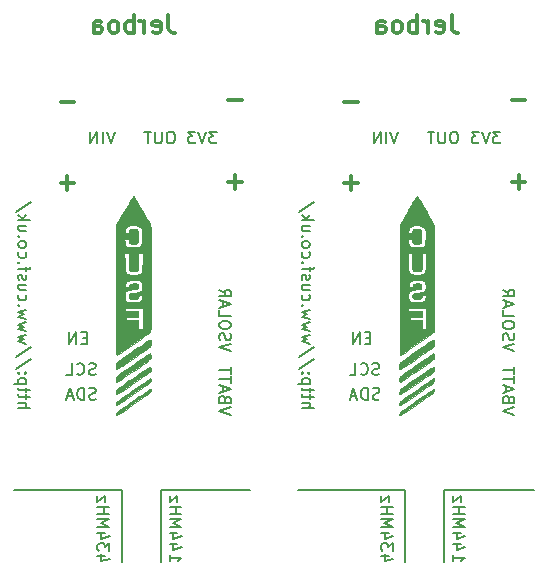
<source format=gbo>
G04 #@! TF.GenerationSoftware,KiCad,Pcbnew,5.0.0-rc2-unknown-68f6e3a~65~ubuntu16.04.1*
G04 #@! TF.CreationDate,2018-07-23T09:18:11+01:00*
G04 #@! TF.ProjectId,jerboa_panel,6A6572626F615F70616E656C2E6B6963,rev?*
G04 #@! TF.SameCoordinates,Original*
G04 #@! TF.FileFunction,Legend,Bot*
G04 #@! TF.FilePolarity,Positive*
%FSLAX46Y46*%
G04 Gerber Fmt 4.6, Leading zero omitted, Abs format (unit mm)*
G04 Created by KiCad (PCBNEW 5.0.0-rc2-unknown-68f6e3a~65~ubuntu16.04.1) date Mon Jul 23 09:18:11 2018*
%MOMM*%
%LPD*%
G01*
G04 APERTURE LIST*
%ADD10C,0.150000*%
%ADD11C,0.300000*%
%ADD12C,0.200000*%
%ADD13C,0.100000*%
G04 APERTURE END LIST*
D10*
X62814285Y-73361904D02*
X62147619Y-73361904D01*
X63195238Y-73600000D02*
X62480952Y-73838095D01*
X62480952Y-73219047D01*
X63147619Y-72933333D02*
X63147619Y-72314285D01*
X62766666Y-72647619D01*
X62766666Y-72504761D01*
X62719047Y-72409523D01*
X62671428Y-72361904D01*
X62576190Y-72314285D01*
X62338095Y-72314285D01*
X62242857Y-72361904D01*
X62195238Y-72409523D01*
X62147619Y-72504761D01*
X62147619Y-72790476D01*
X62195238Y-72885714D01*
X62242857Y-72933333D01*
X62814285Y-71457142D02*
X62147619Y-71457142D01*
X63195238Y-71695238D02*
X62480952Y-71933333D01*
X62480952Y-71314285D01*
X62147619Y-70933333D02*
X63147619Y-70933333D01*
X62433333Y-70600000D01*
X63147619Y-70266666D01*
X62147619Y-70266666D01*
X62147619Y-69790476D02*
X63147619Y-69790476D01*
X62671428Y-69790476D02*
X62671428Y-69219047D01*
X62147619Y-69219047D02*
X63147619Y-69219047D01*
X62814285Y-68838095D02*
X62814285Y-68314285D01*
X62147619Y-68838095D01*
X62147619Y-68314285D01*
X72247619Y-37452380D02*
X71628571Y-37452380D01*
X71961904Y-37833333D01*
X71819047Y-37833333D01*
X71723809Y-37880952D01*
X71676190Y-37928571D01*
X71628571Y-38023809D01*
X71628571Y-38261904D01*
X71676190Y-38357142D01*
X71723809Y-38404761D01*
X71819047Y-38452380D01*
X72104761Y-38452380D01*
X72200000Y-38404761D01*
X72247619Y-38357142D01*
X71342857Y-37452380D02*
X71009523Y-38452380D01*
X70676190Y-37452380D01*
X70438095Y-37452380D02*
X69819047Y-37452380D01*
X70152380Y-37833333D01*
X70009523Y-37833333D01*
X69914285Y-37880952D01*
X69866666Y-37928571D01*
X69819047Y-38023809D01*
X69819047Y-38261904D01*
X69866666Y-38357142D01*
X69914285Y-38404761D01*
X70009523Y-38452380D01*
X70295238Y-38452380D01*
X70390476Y-38404761D01*
X70438095Y-38357142D01*
X68438095Y-37452380D02*
X68247619Y-37452380D01*
X68152380Y-37500000D01*
X68057142Y-37595238D01*
X68009523Y-37785714D01*
X68009523Y-38119047D01*
X68057142Y-38309523D01*
X68152380Y-38404761D01*
X68247619Y-38452380D01*
X68438095Y-38452380D01*
X68533333Y-38404761D01*
X68628571Y-38309523D01*
X68676190Y-38119047D01*
X68676190Y-37785714D01*
X68628571Y-37595238D01*
X68533333Y-37500000D01*
X68438095Y-37452380D01*
X67580952Y-37452380D02*
X67580952Y-38261904D01*
X67533333Y-38357142D01*
X67485714Y-38404761D01*
X67390476Y-38452380D01*
X67200000Y-38452380D01*
X67104761Y-38404761D01*
X67057142Y-38357142D01*
X67009523Y-38261904D01*
X67009523Y-37452380D01*
X66676190Y-37452380D02*
X66104761Y-37452380D01*
X66390476Y-38452380D02*
X66390476Y-37452380D01*
D11*
X74371428Y-41707142D02*
X73228571Y-41707142D01*
X73800000Y-42278571D02*
X73800000Y-41135714D01*
X74371428Y-34807142D02*
X73228571Y-34807142D01*
X60171428Y-41807142D02*
X59028571Y-41807142D01*
X59600000Y-42378571D02*
X59600000Y-41235714D01*
X60171428Y-34907142D02*
X59028571Y-34907142D01*
D10*
X63595238Y-37452380D02*
X63261904Y-38452380D01*
X62928571Y-37452380D01*
X62595238Y-38452380D02*
X62595238Y-37452380D01*
X62119047Y-38452380D02*
X62119047Y-37452380D01*
X61547619Y-38452380D01*
X61547619Y-37452380D01*
X68247619Y-73266666D02*
X68247619Y-73838095D01*
X68247619Y-73552380D02*
X69247619Y-73552380D01*
X69104761Y-73647619D01*
X69009523Y-73742857D01*
X68961904Y-73838095D01*
X68914285Y-72409523D02*
X68247619Y-72409523D01*
X69295238Y-72647619D02*
X68580952Y-72885714D01*
X68580952Y-72266666D01*
X68914285Y-71457142D02*
X68247619Y-71457142D01*
X69295238Y-71695238D02*
X68580952Y-71933333D01*
X68580952Y-71314285D01*
X68247619Y-70933333D02*
X69247619Y-70933333D01*
X68533333Y-70600000D01*
X69247619Y-70266666D01*
X68247619Y-70266666D01*
X68247619Y-69790476D02*
X69247619Y-69790476D01*
X68771428Y-69790476D02*
X68771428Y-69219047D01*
X68247619Y-69219047D02*
X69247619Y-69219047D01*
X68914285Y-68838095D02*
X68914285Y-68314285D01*
X68247619Y-68838095D01*
X68247619Y-68314285D01*
X55447619Y-60842857D02*
X56447619Y-60842857D01*
X55447619Y-60414285D02*
X55971428Y-60414285D01*
X56066666Y-60461904D01*
X56114285Y-60557142D01*
X56114285Y-60700000D01*
X56066666Y-60795238D01*
X56019047Y-60842857D01*
X56114285Y-60080952D02*
X56114285Y-59700000D01*
X56447619Y-59938095D02*
X55590476Y-59938095D01*
X55495238Y-59890476D01*
X55447619Y-59795238D01*
X55447619Y-59700000D01*
X56114285Y-59509523D02*
X56114285Y-59128571D01*
X56447619Y-59366666D02*
X55590476Y-59366666D01*
X55495238Y-59319047D01*
X55447619Y-59223809D01*
X55447619Y-59128571D01*
X56114285Y-58795238D02*
X55114285Y-58795238D01*
X56066666Y-58795238D02*
X56114285Y-58700000D01*
X56114285Y-58509523D01*
X56066666Y-58414285D01*
X56019047Y-58366666D01*
X55923809Y-58319047D01*
X55638095Y-58319047D01*
X55542857Y-58366666D01*
X55495238Y-58414285D01*
X55447619Y-58509523D01*
X55447619Y-58700000D01*
X55495238Y-58795238D01*
X55542857Y-57890476D02*
X55495238Y-57842857D01*
X55447619Y-57890476D01*
X55495238Y-57938095D01*
X55542857Y-57890476D01*
X55447619Y-57890476D01*
X56066666Y-57890476D02*
X56019047Y-57842857D01*
X55971428Y-57890476D01*
X56019047Y-57938095D01*
X56066666Y-57890476D01*
X55971428Y-57890476D01*
X56495238Y-56700000D02*
X55209523Y-57557142D01*
X56495238Y-55652380D02*
X55209523Y-56509523D01*
X56114285Y-55414285D02*
X55447619Y-55223809D01*
X55923809Y-55033333D01*
X55447619Y-54842857D01*
X56114285Y-54652380D01*
X56114285Y-54366666D02*
X55447619Y-54176190D01*
X55923809Y-53985714D01*
X55447619Y-53795238D01*
X56114285Y-53604761D01*
X56114285Y-53319047D02*
X55447619Y-53128571D01*
X55923809Y-52938095D01*
X55447619Y-52747619D01*
X56114285Y-52557142D01*
X55542857Y-52176190D02*
X55495238Y-52128571D01*
X55447619Y-52176190D01*
X55495238Y-52223809D01*
X55542857Y-52176190D01*
X55447619Y-52176190D01*
X55495238Y-51271428D02*
X55447619Y-51366666D01*
X55447619Y-51557142D01*
X55495238Y-51652380D01*
X55542857Y-51700000D01*
X55638095Y-51747619D01*
X55923809Y-51747619D01*
X56019047Y-51700000D01*
X56066666Y-51652380D01*
X56114285Y-51557142D01*
X56114285Y-51366666D01*
X56066666Y-51271428D01*
X56114285Y-50414285D02*
X55447619Y-50414285D01*
X56114285Y-50842857D02*
X55590476Y-50842857D01*
X55495238Y-50795238D01*
X55447619Y-50700000D01*
X55447619Y-50557142D01*
X55495238Y-50461904D01*
X55542857Y-50414285D01*
X55495238Y-49985714D02*
X55447619Y-49890476D01*
X55447619Y-49700000D01*
X55495238Y-49604761D01*
X55590476Y-49557142D01*
X55638095Y-49557142D01*
X55733333Y-49604761D01*
X55780952Y-49700000D01*
X55780952Y-49842857D01*
X55828571Y-49938095D01*
X55923809Y-49985714D01*
X55971428Y-49985714D01*
X56066666Y-49938095D01*
X56114285Y-49842857D01*
X56114285Y-49700000D01*
X56066666Y-49604761D01*
X56114285Y-49271428D02*
X56114285Y-48890476D01*
X55447619Y-49128571D02*
X56304761Y-49128571D01*
X56400000Y-49080952D01*
X56447619Y-48985714D01*
X56447619Y-48890476D01*
X55542857Y-48557142D02*
X55495238Y-48509523D01*
X55447619Y-48557142D01*
X55495238Y-48604761D01*
X55542857Y-48557142D01*
X55447619Y-48557142D01*
X55495238Y-47652380D02*
X55447619Y-47747619D01*
X55447619Y-47938095D01*
X55495238Y-48033333D01*
X55542857Y-48080952D01*
X55638095Y-48128571D01*
X55923809Y-48128571D01*
X56019047Y-48080952D01*
X56066666Y-48033333D01*
X56114285Y-47938095D01*
X56114285Y-47747619D01*
X56066666Y-47652380D01*
X55447619Y-47080952D02*
X55495238Y-47176190D01*
X55542857Y-47223809D01*
X55638095Y-47271428D01*
X55923809Y-47271428D01*
X56019047Y-47223809D01*
X56066666Y-47176190D01*
X56114285Y-47080952D01*
X56114285Y-46938095D01*
X56066666Y-46842857D01*
X56019047Y-46795238D01*
X55923809Y-46747619D01*
X55638095Y-46747619D01*
X55542857Y-46795238D01*
X55495238Y-46842857D01*
X55447619Y-46938095D01*
X55447619Y-47080952D01*
X55542857Y-46319047D02*
X55495238Y-46271428D01*
X55447619Y-46319047D01*
X55495238Y-46366666D01*
X55542857Y-46319047D01*
X55447619Y-46319047D01*
X56114285Y-45414285D02*
X55447619Y-45414285D01*
X56114285Y-45842857D02*
X55590476Y-45842857D01*
X55495238Y-45795238D01*
X55447619Y-45700000D01*
X55447619Y-45557142D01*
X55495238Y-45461904D01*
X55542857Y-45414285D01*
X55447619Y-44938095D02*
X56447619Y-44938095D01*
X55828571Y-44842857D02*
X55447619Y-44557142D01*
X56114285Y-44557142D02*
X55733333Y-44938095D01*
X56495238Y-43414285D02*
X55209523Y-44271428D01*
X61238095Y-54928571D02*
X60904761Y-54928571D01*
X60761904Y-55452380D02*
X61238095Y-55452380D01*
X61238095Y-54452380D01*
X60761904Y-54452380D01*
X60333333Y-55452380D02*
X60333333Y-54452380D01*
X59761904Y-55452380D01*
X59761904Y-54452380D01*
X61990476Y-58004761D02*
X61847619Y-58052380D01*
X61609523Y-58052380D01*
X61514285Y-58004761D01*
X61466666Y-57957142D01*
X61419047Y-57861904D01*
X61419047Y-57766666D01*
X61466666Y-57671428D01*
X61514285Y-57623809D01*
X61609523Y-57576190D01*
X61800000Y-57528571D01*
X61895238Y-57480952D01*
X61942857Y-57433333D01*
X61990476Y-57338095D01*
X61990476Y-57242857D01*
X61942857Y-57147619D01*
X61895238Y-57100000D01*
X61800000Y-57052380D01*
X61561904Y-57052380D01*
X61419047Y-57100000D01*
X60419047Y-57957142D02*
X60466666Y-58004761D01*
X60609523Y-58052380D01*
X60704761Y-58052380D01*
X60847619Y-58004761D01*
X60942857Y-57909523D01*
X60990476Y-57814285D01*
X61038095Y-57623809D01*
X61038095Y-57480952D01*
X60990476Y-57290476D01*
X60942857Y-57195238D01*
X60847619Y-57100000D01*
X60704761Y-57052380D01*
X60609523Y-57052380D01*
X60466666Y-57100000D01*
X60419047Y-57147619D01*
X59514285Y-58052380D02*
X59990476Y-58052380D01*
X59990476Y-57052380D01*
X62014285Y-60104761D02*
X61871428Y-60152380D01*
X61633333Y-60152380D01*
X61538095Y-60104761D01*
X61490476Y-60057142D01*
X61442857Y-59961904D01*
X61442857Y-59866666D01*
X61490476Y-59771428D01*
X61538095Y-59723809D01*
X61633333Y-59676190D01*
X61823809Y-59628571D01*
X61919047Y-59580952D01*
X61966666Y-59533333D01*
X62014285Y-59438095D01*
X62014285Y-59342857D01*
X61966666Y-59247619D01*
X61919047Y-59200000D01*
X61823809Y-59152380D01*
X61585714Y-59152380D01*
X61442857Y-59200000D01*
X61014285Y-60152380D02*
X61014285Y-59152380D01*
X60776190Y-59152380D01*
X60633333Y-59200000D01*
X60538095Y-59295238D01*
X60490476Y-59390476D01*
X60442857Y-59580952D01*
X60442857Y-59723809D01*
X60490476Y-59914285D01*
X60538095Y-60009523D01*
X60633333Y-60104761D01*
X60776190Y-60152380D01*
X61014285Y-60152380D01*
X60061904Y-59866666D02*
X59585714Y-59866666D01*
X60157142Y-60152380D02*
X59823809Y-59152380D01*
X59490476Y-60152380D01*
X73447619Y-61423809D02*
X72447619Y-61090476D01*
X73447619Y-60757142D01*
X72971428Y-60090476D02*
X72923809Y-59947619D01*
X72876190Y-59900000D01*
X72780952Y-59852380D01*
X72638095Y-59852380D01*
X72542857Y-59900000D01*
X72495238Y-59947619D01*
X72447619Y-60042857D01*
X72447619Y-60423809D01*
X73447619Y-60423809D01*
X73447619Y-60090476D01*
X73400000Y-59995238D01*
X73352380Y-59947619D01*
X73257142Y-59900000D01*
X73161904Y-59900000D01*
X73066666Y-59947619D01*
X73019047Y-59995238D01*
X72971428Y-60090476D01*
X72971428Y-60423809D01*
X72733333Y-59471428D02*
X72733333Y-58995238D01*
X72447619Y-59566666D02*
X73447619Y-59233333D01*
X72447619Y-58900000D01*
X73447619Y-58709523D02*
X73447619Y-58138095D01*
X72447619Y-58423809D02*
X73447619Y-58423809D01*
X73447619Y-57947619D02*
X73447619Y-57376190D01*
X72447619Y-57661904D02*
X73447619Y-57661904D01*
X73447619Y-56066666D02*
X72447619Y-55733333D01*
X73447619Y-55400000D01*
X72495238Y-55114285D02*
X72447619Y-54971428D01*
X72447619Y-54733333D01*
X72495238Y-54638095D01*
X72542857Y-54590476D01*
X72638095Y-54542857D01*
X72733333Y-54542857D01*
X72828571Y-54590476D01*
X72876190Y-54638095D01*
X72923809Y-54733333D01*
X72971428Y-54923809D01*
X73019047Y-55019047D01*
X73066666Y-55066666D01*
X73161904Y-55114285D01*
X73257142Y-55114285D01*
X73352380Y-55066666D01*
X73400000Y-55019047D01*
X73447619Y-54923809D01*
X73447619Y-54685714D01*
X73400000Y-54542857D01*
X73447619Y-53923809D02*
X73447619Y-53733333D01*
X73400000Y-53638095D01*
X73304761Y-53542857D01*
X73114285Y-53495238D01*
X72780952Y-53495238D01*
X72590476Y-53542857D01*
X72495238Y-53638095D01*
X72447619Y-53733333D01*
X72447619Y-53923809D01*
X72495238Y-54019047D01*
X72590476Y-54114285D01*
X72780952Y-54161904D01*
X73114285Y-54161904D01*
X73304761Y-54114285D01*
X73400000Y-54019047D01*
X73447619Y-53923809D01*
X72447619Y-52590476D02*
X72447619Y-53066666D01*
X73447619Y-53066666D01*
X72733333Y-52304761D02*
X72733333Y-51828571D01*
X72447619Y-52400000D02*
X73447619Y-52066666D01*
X72447619Y-51733333D01*
X72447619Y-50828571D02*
X72923809Y-51161904D01*
X72447619Y-51400000D02*
X73447619Y-51400000D01*
X73447619Y-51019047D01*
X73400000Y-50923809D01*
X73352380Y-50876190D01*
X73257142Y-50828571D01*
X73114285Y-50828571D01*
X73019047Y-50876190D01*
X72971428Y-50923809D01*
X72923809Y-51019047D01*
X72923809Y-51400000D01*
D12*
X67500000Y-73900000D02*
X67500000Y-67800000D01*
X67500000Y-67800000D02*
X75100000Y-67800000D01*
X64200000Y-67800000D02*
X55100000Y-67800000D01*
X64200000Y-73900000D02*
X64200000Y-67800000D01*
D11*
X68128571Y-27578571D02*
X68128571Y-28650000D01*
X68200000Y-28864285D01*
X68342857Y-29007142D01*
X68557142Y-29078571D01*
X68700000Y-29078571D01*
X66842857Y-29007142D02*
X66985714Y-29078571D01*
X67271428Y-29078571D01*
X67414285Y-29007142D01*
X67485714Y-28864285D01*
X67485714Y-28292857D01*
X67414285Y-28150000D01*
X67271428Y-28078571D01*
X66985714Y-28078571D01*
X66842857Y-28150000D01*
X66771428Y-28292857D01*
X66771428Y-28435714D01*
X67485714Y-28578571D01*
X66128571Y-29078571D02*
X66128571Y-28078571D01*
X66128571Y-28364285D02*
X66057142Y-28221428D01*
X65985714Y-28150000D01*
X65842857Y-28078571D01*
X65700000Y-28078571D01*
X65200000Y-29078571D02*
X65200000Y-27578571D01*
X65200000Y-28150000D02*
X65057142Y-28078571D01*
X64771428Y-28078571D01*
X64628571Y-28150000D01*
X64557142Y-28221428D01*
X64485714Y-28364285D01*
X64485714Y-28792857D01*
X64557142Y-28935714D01*
X64628571Y-29007142D01*
X64771428Y-29078571D01*
X65057142Y-29078571D01*
X65200000Y-29007142D01*
X63628571Y-29078571D02*
X63771428Y-29007142D01*
X63842857Y-28935714D01*
X63914285Y-28792857D01*
X63914285Y-28364285D01*
X63842857Y-28221428D01*
X63771428Y-28150000D01*
X63628571Y-28078571D01*
X63414285Y-28078571D01*
X63271428Y-28150000D01*
X63200000Y-28221428D01*
X63128571Y-28364285D01*
X63128571Y-28792857D01*
X63200000Y-28935714D01*
X63271428Y-29007142D01*
X63414285Y-29078571D01*
X63628571Y-29078571D01*
X61842857Y-29078571D02*
X61842857Y-28292857D01*
X61914285Y-28150000D01*
X62057142Y-28078571D01*
X62342857Y-28078571D01*
X62485714Y-28150000D01*
X61842857Y-29007142D02*
X61985714Y-29078571D01*
X62342857Y-29078571D01*
X62485714Y-29007142D01*
X62557142Y-28864285D01*
X62557142Y-28721428D01*
X62485714Y-28578571D01*
X62342857Y-28507142D01*
X61985714Y-28507142D01*
X61842857Y-28435714D01*
X44128571Y-27578571D02*
X44128571Y-28650000D01*
X44200000Y-28864285D01*
X44342857Y-29007142D01*
X44557142Y-29078571D01*
X44700000Y-29078571D01*
X42842857Y-29007142D02*
X42985714Y-29078571D01*
X43271428Y-29078571D01*
X43414285Y-29007142D01*
X43485714Y-28864285D01*
X43485714Y-28292857D01*
X43414285Y-28150000D01*
X43271428Y-28078571D01*
X42985714Y-28078571D01*
X42842857Y-28150000D01*
X42771428Y-28292857D01*
X42771428Y-28435714D01*
X43485714Y-28578571D01*
X42128571Y-29078571D02*
X42128571Y-28078571D01*
X42128571Y-28364285D02*
X42057142Y-28221428D01*
X41985714Y-28150000D01*
X41842857Y-28078571D01*
X41700000Y-28078571D01*
X41200000Y-29078571D02*
X41200000Y-27578571D01*
X41200000Y-28150000D02*
X41057142Y-28078571D01*
X40771428Y-28078571D01*
X40628571Y-28150000D01*
X40557142Y-28221428D01*
X40485714Y-28364285D01*
X40485714Y-28792857D01*
X40557142Y-28935714D01*
X40628571Y-29007142D01*
X40771428Y-29078571D01*
X41057142Y-29078571D01*
X41200000Y-29007142D01*
X39628571Y-29078571D02*
X39771428Y-29007142D01*
X39842857Y-28935714D01*
X39914285Y-28792857D01*
X39914285Y-28364285D01*
X39842857Y-28221428D01*
X39771428Y-28150000D01*
X39628571Y-28078571D01*
X39414285Y-28078571D01*
X39271428Y-28150000D01*
X39200000Y-28221428D01*
X39128571Y-28364285D01*
X39128571Y-28792857D01*
X39200000Y-28935714D01*
X39271428Y-29007142D01*
X39414285Y-29078571D01*
X39628571Y-29078571D01*
X37842857Y-29078571D02*
X37842857Y-28292857D01*
X37914285Y-28150000D01*
X38057142Y-28078571D01*
X38342857Y-28078571D01*
X38485714Y-28150000D01*
X37842857Y-29007142D02*
X37985714Y-29078571D01*
X38342857Y-29078571D01*
X38485714Y-29007142D01*
X38557142Y-28864285D01*
X38557142Y-28721428D01*
X38485714Y-28578571D01*
X38342857Y-28507142D01*
X37985714Y-28507142D01*
X37842857Y-28435714D01*
D10*
X31447619Y-60842857D02*
X32447619Y-60842857D01*
X31447619Y-60414285D02*
X31971428Y-60414285D01*
X32066666Y-60461904D01*
X32114285Y-60557142D01*
X32114285Y-60700000D01*
X32066666Y-60795238D01*
X32019047Y-60842857D01*
X32114285Y-60080952D02*
X32114285Y-59700000D01*
X32447619Y-59938095D02*
X31590476Y-59938095D01*
X31495238Y-59890476D01*
X31447619Y-59795238D01*
X31447619Y-59700000D01*
X32114285Y-59509523D02*
X32114285Y-59128571D01*
X32447619Y-59366666D02*
X31590476Y-59366666D01*
X31495238Y-59319047D01*
X31447619Y-59223809D01*
X31447619Y-59128571D01*
X32114285Y-58795238D02*
X31114285Y-58795238D01*
X32066666Y-58795238D02*
X32114285Y-58700000D01*
X32114285Y-58509523D01*
X32066666Y-58414285D01*
X32019047Y-58366666D01*
X31923809Y-58319047D01*
X31638095Y-58319047D01*
X31542857Y-58366666D01*
X31495238Y-58414285D01*
X31447619Y-58509523D01*
X31447619Y-58700000D01*
X31495238Y-58795238D01*
X31542857Y-57890476D02*
X31495238Y-57842857D01*
X31447619Y-57890476D01*
X31495238Y-57938095D01*
X31542857Y-57890476D01*
X31447619Y-57890476D01*
X32066666Y-57890476D02*
X32019047Y-57842857D01*
X31971428Y-57890476D01*
X32019047Y-57938095D01*
X32066666Y-57890476D01*
X31971428Y-57890476D01*
X32495238Y-56700000D02*
X31209523Y-57557142D01*
X32495238Y-55652380D02*
X31209523Y-56509523D01*
X32114285Y-55414285D02*
X31447619Y-55223809D01*
X31923809Y-55033333D01*
X31447619Y-54842857D01*
X32114285Y-54652380D01*
X32114285Y-54366666D02*
X31447619Y-54176190D01*
X31923809Y-53985714D01*
X31447619Y-53795238D01*
X32114285Y-53604761D01*
X32114285Y-53319047D02*
X31447619Y-53128571D01*
X31923809Y-52938095D01*
X31447619Y-52747619D01*
X32114285Y-52557142D01*
X31542857Y-52176190D02*
X31495238Y-52128571D01*
X31447619Y-52176190D01*
X31495238Y-52223809D01*
X31542857Y-52176190D01*
X31447619Y-52176190D01*
X31495238Y-51271428D02*
X31447619Y-51366666D01*
X31447619Y-51557142D01*
X31495238Y-51652380D01*
X31542857Y-51700000D01*
X31638095Y-51747619D01*
X31923809Y-51747619D01*
X32019047Y-51700000D01*
X32066666Y-51652380D01*
X32114285Y-51557142D01*
X32114285Y-51366666D01*
X32066666Y-51271428D01*
X32114285Y-50414285D02*
X31447619Y-50414285D01*
X32114285Y-50842857D02*
X31590476Y-50842857D01*
X31495238Y-50795238D01*
X31447619Y-50700000D01*
X31447619Y-50557142D01*
X31495238Y-50461904D01*
X31542857Y-50414285D01*
X31495238Y-49985714D02*
X31447619Y-49890476D01*
X31447619Y-49700000D01*
X31495238Y-49604761D01*
X31590476Y-49557142D01*
X31638095Y-49557142D01*
X31733333Y-49604761D01*
X31780952Y-49700000D01*
X31780952Y-49842857D01*
X31828571Y-49938095D01*
X31923809Y-49985714D01*
X31971428Y-49985714D01*
X32066666Y-49938095D01*
X32114285Y-49842857D01*
X32114285Y-49700000D01*
X32066666Y-49604761D01*
X32114285Y-49271428D02*
X32114285Y-48890476D01*
X31447619Y-49128571D02*
X32304761Y-49128571D01*
X32400000Y-49080952D01*
X32447619Y-48985714D01*
X32447619Y-48890476D01*
X31542857Y-48557142D02*
X31495238Y-48509523D01*
X31447619Y-48557142D01*
X31495238Y-48604761D01*
X31542857Y-48557142D01*
X31447619Y-48557142D01*
X31495238Y-47652380D02*
X31447619Y-47747619D01*
X31447619Y-47938095D01*
X31495238Y-48033333D01*
X31542857Y-48080952D01*
X31638095Y-48128571D01*
X31923809Y-48128571D01*
X32019047Y-48080952D01*
X32066666Y-48033333D01*
X32114285Y-47938095D01*
X32114285Y-47747619D01*
X32066666Y-47652380D01*
X31447619Y-47080952D02*
X31495238Y-47176190D01*
X31542857Y-47223809D01*
X31638095Y-47271428D01*
X31923809Y-47271428D01*
X32019047Y-47223809D01*
X32066666Y-47176190D01*
X32114285Y-47080952D01*
X32114285Y-46938095D01*
X32066666Y-46842857D01*
X32019047Y-46795238D01*
X31923809Y-46747619D01*
X31638095Y-46747619D01*
X31542857Y-46795238D01*
X31495238Y-46842857D01*
X31447619Y-46938095D01*
X31447619Y-47080952D01*
X31542857Y-46319047D02*
X31495238Y-46271428D01*
X31447619Y-46319047D01*
X31495238Y-46366666D01*
X31542857Y-46319047D01*
X31447619Y-46319047D01*
X32114285Y-45414285D02*
X31447619Y-45414285D01*
X32114285Y-45842857D02*
X31590476Y-45842857D01*
X31495238Y-45795238D01*
X31447619Y-45700000D01*
X31447619Y-45557142D01*
X31495238Y-45461904D01*
X31542857Y-45414285D01*
X31447619Y-44938095D02*
X32447619Y-44938095D01*
X31828571Y-44842857D02*
X31447619Y-44557142D01*
X32114285Y-44557142D02*
X31733333Y-44938095D01*
X32495238Y-43414285D02*
X31209523Y-44271428D01*
D12*
X40200000Y-73900000D02*
X40200000Y-67800000D01*
X40200000Y-67800000D02*
X31100000Y-67800000D01*
X43500000Y-67800000D02*
X51100000Y-67800000D01*
X43500000Y-73900000D02*
X43500000Y-67800000D01*
D10*
X49447619Y-56066666D02*
X48447619Y-55733333D01*
X49447619Y-55400000D01*
X48495238Y-55114285D02*
X48447619Y-54971428D01*
X48447619Y-54733333D01*
X48495238Y-54638095D01*
X48542857Y-54590476D01*
X48638095Y-54542857D01*
X48733333Y-54542857D01*
X48828571Y-54590476D01*
X48876190Y-54638095D01*
X48923809Y-54733333D01*
X48971428Y-54923809D01*
X49019047Y-55019047D01*
X49066666Y-55066666D01*
X49161904Y-55114285D01*
X49257142Y-55114285D01*
X49352380Y-55066666D01*
X49400000Y-55019047D01*
X49447619Y-54923809D01*
X49447619Y-54685714D01*
X49400000Y-54542857D01*
X49447619Y-53923809D02*
X49447619Y-53733333D01*
X49400000Y-53638095D01*
X49304761Y-53542857D01*
X49114285Y-53495238D01*
X48780952Y-53495238D01*
X48590476Y-53542857D01*
X48495238Y-53638095D01*
X48447619Y-53733333D01*
X48447619Y-53923809D01*
X48495238Y-54019047D01*
X48590476Y-54114285D01*
X48780952Y-54161904D01*
X49114285Y-54161904D01*
X49304761Y-54114285D01*
X49400000Y-54019047D01*
X49447619Y-53923809D01*
X48447619Y-52590476D02*
X48447619Y-53066666D01*
X49447619Y-53066666D01*
X48733333Y-52304761D02*
X48733333Y-51828571D01*
X48447619Y-52400000D02*
X49447619Y-52066666D01*
X48447619Y-51733333D01*
X48447619Y-50828571D02*
X48923809Y-51161904D01*
X48447619Y-51400000D02*
X49447619Y-51400000D01*
X49447619Y-51019047D01*
X49400000Y-50923809D01*
X49352380Y-50876190D01*
X49257142Y-50828571D01*
X49114285Y-50828571D01*
X49019047Y-50876190D01*
X48971428Y-50923809D01*
X48923809Y-51019047D01*
X48923809Y-51400000D01*
X49447619Y-61423809D02*
X48447619Y-61090476D01*
X49447619Y-60757142D01*
X48971428Y-60090476D02*
X48923809Y-59947619D01*
X48876190Y-59900000D01*
X48780952Y-59852380D01*
X48638095Y-59852380D01*
X48542857Y-59900000D01*
X48495238Y-59947619D01*
X48447619Y-60042857D01*
X48447619Y-60423809D01*
X49447619Y-60423809D01*
X49447619Y-60090476D01*
X49400000Y-59995238D01*
X49352380Y-59947619D01*
X49257142Y-59900000D01*
X49161904Y-59900000D01*
X49066666Y-59947619D01*
X49019047Y-59995238D01*
X48971428Y-60090476D01*
X48971428Y-60423809D01*
X48733333Y-59471428D02*
X48733333Y-58995238D01*
X48447619Y-59566666D02*
X49447619Y-59233333D01*
X48447619Y-58900000D01*
X49447619Y-58709523D02*
X49447619Y-58138095D01*
X48447619Y-58423809D02*
X49447619Y-58423809D01*
X49447619Y-57947619D02*
X49447619Y-57376190D01*
X48447619Y-57661904D02*
X49447619Y-57661904D01*
X38014285Y-60104761D02*
X37871428Y-60152380D01*
X37633333Y-60152380D01*
X37538095Y-60104761D01*
X37490476Y-60057142D01*
X37442857Y-59961904D01*
X37442857Y-59866666D01*
X37490476Y-59771428D01*
X37538095Y-59723809D01*
X37633333Y-59676190D01*
X37823809Y-59628571D01*
X37919047Y-59580952D01*
X37966666Y-59533333D01*
X38014285Y-59438095D01*
X38014285Y-59342857D01*
X37966666Y-59247619D01*
X37919047Y-59200000D01*
X37823809Y-59152380D01*
X37585714Y-59152380D01*
X37442857Y-59200000D01*
X37014285Y-60152380D02*
X37014285Y-59152380D01*
X36776190Y-59152380D01*
X36633333Y-59200000D01*
X36538095Y-59295238D01*
X36490476Y-59390476D01*
X36442857Y-59580952D01*
X36442857Y-59723809D01*
X36490476Y-59914285D01*
X36538095Y-60009523D01*
X36633333Y-60104761D01*
X36776190Y-60152380D01*
X37014285Y-60152380D01*
X36061904Y-59866666D02*
X35585714Y-59866666D01*
X36157142Y-60152380D02*
X35823809Y-59152380D01*
X35490476Y-60152380D01*
X37990476Y-58004761D02*
X37847619Y-58052380D01*
X37609523Y-58052380D01*
X37514285Y-58004761D01*
X37466666Y-57957142D01*
X37419047Y-57861904D01*
X37419047Y-57766666D01*
X37466666Y-57671428D01*
X37514285Y-57623809D01*
X37609523Y-57576190D01*
X37800000Y-57528571D01*
X37895238Y-57480952D01*
X37942857Y-57433333D01*
X37990476Y-57338095D01*
X37990476Y-57242857D01*
X37942857Y-57147619D01*
X37895238Y-57100000D01*
X37800000Y-57052380D01*
X37561904Y-57052380D01*
X37419047Y-57100000D01*
X36419047Y-57957142D02*
X36466666Y-58004761D01*
X36609523Y-58052380D01*
X36704761Y-58052380D01*
X36847619Y-58004761D01*
X36942857Y-57909523D01*
X36990476Y-57814285D01*
X37038095Y-57623809D01*
X37038095Y-57480952D01*
X36990476Y-57290476D01*
X36942857Y-57195238D01*
X36847619Y-57100000D01*
X36704761Y-57052380D01*
X36609523Y-57052380D01*
X36466666Y-57100000D01*
X36419047Y-57147619D01*
X35514285Y-58052380D02*
X35990476Y-58052380D01*
X35990476Y-57052380D01*
X37238095Y-54928571D02*
X36904761Y-54928571D01*
X36761904Y-55452380D02*
X37238095Y-55452380D01*
X37238095Y-54452380D01*
X36761904Y-54452380D01*
X36333333Y-55452380D02*
X36333333Y-54452380D01*
X35761904Y-55452380D01*
X35761904Y-54452380D01*
X44247619Y-73266666D02*
X44247619Y-73838095D01*
X44247619Y-73552380D02*
X45247619Y-73552380D01*
X45104761Y-73647619D01*
X45009523Y-73742857D01*
X44961904Y-73838095D01*
X44914285Y-72409523D02*
X44247619Y-72409523D01*
X45295238Y-72647619D02*
X44580952Y-72885714D01*
X44580952Y-72266666D01*
X44914285Y-71457142D02*
X44247619Y-71457142D01*
X45295238Y-71695238D02*
X44580952Y-71933333D01*
X44580952Y-71314285D01*
X44247619Y-70933333D02*
X45247619Y-70933333D01*
X44533333Y-70600000D01*
X45247619Y-70266666D01*
X44247619Y-70266666D01*
X44247619Y-69790476D02*
X45247619Y-69790476D01*
X44771428Y-69790476D02*
X44771428Y-69219047D01*
X44247619Y-69219047D02*
X45247619Y-69219047D01*
X44914285Y-68838095D02*
X44914285Y-68314285D01*
X44247619Y-68838095D01*
X44247619Y-68314285D01*
X39595238Y-37452380D02*
X39261904Y-38452380D01*
X38928571Y-37452380D01*
X38595238Y-38452380D02*
X38595238Y-37452380D01*
X38119047Y-38452380D02*
X38119047Y-37452380D01*
X37547619Y-38452380D01*
X37547619Y-37452380D01*
D11*
X36171428Y-34907142D02*
X35028571Y-34907142D01*
X36171428Y-41807142D02*
X35028571Y-41807142D01*
X35600000Y-42378571D02*
X35600000Y-41235714D01*
X50371428Y-34807142D02*
X49228571Y-34807142D01*
X50371428Y-41707142D02*
X49228571Y-41707142D01*
X49800000Y-42278571D02*
X49800000Y-41135714D01*
D10*
X48247619Y-37452380D02*
X47628571Y-37452380D01*
X47961904Y-37833333D01*
X47819047Y-37833333D01*
X47723809Y-37880952D01*
X47676190Y-37928571D01*
X47628571Y-38023809D01*
X47628571Y-38261904D01*
X47676190Y-38357142D01*
X47723809Y-38404761D01*
X47819047Y-38452380D01*
X48104761Y-38452380D01*
X48200000Y-38404761D01*
X48247619Y-38357142D01*
X47342857Y-37452380D02*
X47009523Y-38452380D01*
X46676190Y-37452380D01*
X46438095Y-37452380D02*
X45819047Y-37452380D01*
X46152380Y-37833333D01*
X46009523Y-37833333D01*
X45914285Y-37880952D01*
X45866666Y-37928571D01*
X45819047Y-38023809D01*
X45819047Y-38261904D01*
X45866666Y-38357142D01*
X45914285Y-38404761D01*
X46009523Y-38452380D01*
X46295238Y-38452380D01*
X46390476Y-38404761D01*
X46438095Y-38357142D01*
X44438095Y-37452380D02*
X44247619Y-37452380D01*
X44152380Y-37500000D01*
X44057142Y-37595238D01*
X44009523Y-37785714D01*
X44009523Y-38119047D01*
X44057142Y-38309523D01*
X44152380Y-38404761D01*
X44247619Y-38452380D01*
X44438095Y-38452380D01*
X44533333Y-38404761D01*
X44628571Y-38309523D01*
X44676190Y-38119047D01*
X44676190Y-37785714D01*
X44628571Y-37595238D01*
X44533333Y-37500000D01*
X44438095Y-37452380D01*
X43580952Y-37452380D02*
X43580952Y-38261904D01*
X43533333Y-38357142D01*
X43485714Y-38404761D01*
X43390476Y-38452380D01*
X43199999Y-38452380D01*
X43104761Y-38404761D01*
X43057142Y-38357142D01*
X43009523Y-38261904D01*
X43009523Y-37452380D01*
X42676190Y-37452380D02*
X42104761Y-37452380D01*
X42390476Y-38452380D02*
X42390476Y-37452380D01*
X38814285Y-73361904D02*
X38147619Y-73361904D01*
X39195238Y-73600000D02*
X38480952Y-73838095D01*
X38480952Y-73219047D01*
X39147619Y-72933333D02*
X39147619Y-72314285D01*
X38766666Y-72647619D01*
X38766666Y-72504761D01*
X38719047Y-72409523D01*
X38671428Y-72361904D01*
X38576190Y-72314285D01*
X38338095Y-72314285D01*
X38242857Y-72361904D01*
X38195238Y-72409523D01*
X38147619Y-72504761D01*
X38147619Y-72790476D01*
X38195238Y-72885714D01*
X38242857Y-72933333D01*
X38814285Y-71457142D02*
X38147619Y-71457142D01*
X39195238Y-71695238D02*
X38480952Y-71933333D01*
X38480952Y-71314285D01*
X38147619Y-70933333D02*
X39147619Y-70933333D01*
X38433333Y-70600000D01*
X39147619Y-70266666D01*
X38147619Y-70266666D01*
X38147619Y-69790476D02*
X39147619Y-69790476D01*
X38671428Y-69790476D02*
X38671428Y-69219047D01*
X38147619Y-69219047D02*
X39147619Y-69219047D01*
X38814285Y-68838095D02*
X38814285Y-68314285D01*
X38147619Y-68838095D01*
X38147619Y-68314285D01*
D13*
G04 #@! TO.C,X2*
G36*
X63723625Y-50864241D02*
X63723663Y-51559253D01*
X63723793Y-52193510D01*
X63724039Y-52769757D01*
X63724428Y-53290740D01*
X63724983Y-53759203D01*
X63725731Y-54177892D01*
X63726696Y-54549551D01*
X63727904Y-54876927D01*
X63729379Y-55162763D01*
X63731146Y-55409806D01*
X63733231Y-55620800D01*
X63735659Y-55798490D01*
X63738454Y-55945621D01*
X63741643Y-56064940D01*
X63745249Y-56159190D01*
X63749298Y-56231116D01*
X63753816Y-56283465D01*
X63758826Y-56318981D01*
X63764355Y-56340409D01*
X63770427Y-56350495D01*
X63773760Y-56352159D01*
X63824448Y-56340192D01*
X63907360Y-56299442D01*
X63996010Y-56244333D01*
X64246784Y-56072680D01*
X64429181Y-55947222D01*
X64429181Y-46580250D01*
X64604087Y-46580250D01*
X64778992Y-46580250D01*
X64795407Y-46725886D01*
X64812951Y-46821745D01*
X64837923Y-46892640D01*
X64848713Y-46908448D01*
X64895944Y-46926529D01*
X64989923Y-46942489D01*
X65113898Y-46953776D01*
X65162276Y-46956190D01*
X65300848Y-46959850D01*
X65403223Y-46952980D01*
X65475137Y-46927401D01*
X65522326Y-46874938D01*
X65550525Y-46787412D01*
X65565471Y-46656647D01*
X65572900Y-46474464D01*
X65575463Y-46367137D01*
X65578893Y-46144011D01*
X65574609Y-45976382D01*
X65557817Y-45856315D01*
X65523721Y-45775873D01*
X65467528Y-45727122D01*
X65384443Y-45702125D01*
X65269672Y-45692947D01*
X65167378Y-45691683D01*
X65007081Y-45701515D01*
X64900313Y-45734603D01*
X64840030Y-45795149D01*
X64819188Y-45887352D01*
X64819000Y-45899425D01*
X64819000Y-46008750D01*
X64644375Y-46008750D01*
X64469750Y-46008750D01*
X64469750Y-45862735D01*
X64484059Y-45701846D01*
X64530763Y-45579152D01*
X64615531Y-45490746D01*
X64744034Y-45432720D01*
X64921939Y-45401166D01*
X65152375Y-45392167D01*
X65393899Y-45402090D01*
X65581167Y-45434067D01*
X65721317Y-45493922D01*
X65821484Y-45587476D01*
X65888804Y-45720553D01*
X65930412Y-45898975D01*
X65946917Y-46040500D01*
X65953117Y-46193161D01*
X65949195Y-46369736D01*
X65936724Y-46554149D01*
X65917279Y-46730325D01*
X65892434Y-46882190D01*
X65863763Y-46993668D01*
X65850444Y-47025585D01*
X65781140Y-47124213D01*
X65685142Y-47194898D01*
X65554323Y-47240186D01*
X65380556Y-47262620D01*
X65155715Y-47264746D01*
X65093726Y-47262537D01*
X64888136Y-47246964D01*
X64739360Y-47219625D01*
X64665101Y-47192577D01*
X64568132Y-47125563D01*
X64502543Y-47028731D01*
X64462187Y-46890146D01*
X64446157Y-46767460D01*
X64429181Y-46580250D01*
X64429181Y-55947222D01*
X64430715Y-55946166D01*
X64430715Y-47723250D01*
X64605538Y-47723250D01*
X64780360Y-47723250D01*
X64791847Y-48440514D01*
X64795721Y-48671682D01*
X64799588Y-48847732D01*
X64804376Y-48977038D01*
X64811016Y-49067976D01*
X64820437Y-49128921D01*
X64833568Y-49168247D01*
X64851339Y-49194329D01*
X64874680Y-49215542D01*
X64878184Y-49218389D01*
X64963034Y-49256875D01*
X65087249Y-49278610D01*
X65228944Y-49283597D01*
X65366234Y-49271837D01*
X65477235Y-49243331D01*
X65521921Y-49218345D01*
X65546087Y-49197174D01*
X65564542Y-49172306D01*
X65578208Y-49135366D01*
X65588005Y-49077979D01*
X65594854Y-48991771D01*
X65599676Y-48868367D01*
X65603391Y-48699391D01*
X65606922Y-48476468D01*
X65607454Y-48440470D01*
X65618032Y-47723250D01*
X65790016Y-47723250D01*
X65962000Y-47723250D01*
X65962000Y-48369791D01*
X65960068Y-48664346D01*
X65952845Y-48902315D01*
X65938195Y-49090532D01*
X65913980Y-49235833D01*
X65878064Y-49345052D01*
X65828308Y-49425025D01*
X65762577Y-49482586D01*
X65678732Y-49524571D01*
X65592031Y-49553003D01*
X65458256Y-49577014D01*
X65291481Y-49587071D01*
X65111478Y-49584080D01*
X64938018Y-49568946D01*
X64790871Y-49542575D01*
X64701725Y-49512233D01*
X64630475Y-49473568D01*
X64574337Y-49430595D01*
X64531363Y-49375532D01*
X64499606Y-49300598D01*
X64477118Y-49198012D01*
X64461952Y-49059992D01*
X64452161Y-48878756D01*
X64445798Y-48646523D01*
X64442784Y-48477500D01*
X64430715Y-47723250D01*
X64430715Y-55946166D01*
X64438000Y-55941156D01*
X64438000Y-52644500D01*
X64438000Y-52501625D01*
X64438000Y-52358750D01*
X64463058Y-52358750D01*
X64463058Y-51339276D01*
X64468289Y-51183491D01*
X64490650Y-51064420D01*
X64537837Y-50975951D01*
X64617544Y-50911968D01*
X64737467Y-50866357D01*
X64905300Y-50833004D01*
X65128740Y-50805795D01*
X65135311Y-50805119D01*
X65283663Y-50787442D01*
X65410453Y-50767731D01*
X65501252Y-50748526D01*
X65540124Y-50733899D01*
X65568776Y-50676480D01*
X65579609Y-50583808D01*
X65572918Y-50481490D01*
X65548998Y-50395134D01*
X65535950Y-50372505D01*
X65504997Y-50342000D01*
X65457206Y-50323423D01*
X65378176Y-50314002D01*
X65253507Y-50310962D01*
X65215953Y-50310875D01*
X65055486Y-50316619D01*
X64948285Y-50337254D01*
X64884873Y-50377879D01*
X64855776Y-50443595D01*
X64850750Y-50507443D01*
X64845307Y-50549512D01*
X64818688Y-50571423D01*
X64755458Y-50579655D01*
X64676125Y-50580750D01*
X64501500Y-50580750D01*
X64501500Y-50468605D01*
X64514642Y-50359209D01*
X64546419Y-50249017D01*
X64547983Y-50245212D01*
X64594123Y-50165516D01*
X64662189Y-50107258D01*
X64761199Y-50067536D01*
X64900171Y-50043448D01*
X65088121Y-50032090D01*
X65215875Y-50030217D01*
X65448794Y-50035497D01*
X65626243Y-50057158D01*
X65755330Y-50100801D01*
X65843163Y-50172028D01*
X65896850Y-50276440D01*
X65923500Y-50419639D01*
X65930250Y-50593169D01*
X65925312Y-50728955D01*
X65905722Y-50835219D01*
X65864316Y-50916554D01*
X65793931Y-50977554D01*
X65687403Y-51022813D01*
X65537567Y-51056924D01*
X65337262Y-51084481D01*
X65131624Y-51105289D01*
X65014219Y-51121359D01*
X64916756Y-51143899D01*
X64864587Y-51165689D01*
X64827380Y-51226281D01*
X64810577Y-51322196D01*
X64814217Y-51428611D01*
X64838345Y-51520701D01*
X64863919Y-51560025D01*
X64926066Y-51590238D01*
X65031942Y-51612244D01*
X65162129Y-51624525D01*
X65297209Y-51625561D01*
X65417763Y-51613836D01*
X65454000Y-51606165D01*
X65527540Y-51579324D01*
X65567990Y-51533557D01*
X65594455Y-51446944D01*
X65595036Y-51444363D01*
X65624946Y-51311000D01*
X65797078Y-51311000D01*
X65969211Y-51311000D01*
X65947030Y-51458911D01*
X65912671Y-51623091D01*
X65860367Y-51736697D01*
X65779163Y-51812266D01*
X65658099Y-51862340D01*
X65577182Y-51882162D01*
X65461069Y-51896734D01*
X65308771Y-51902066D01*
X65138858Y-51899048D01*
X64969900Y-51888566D01*
X64820467Y-51871509D01*
X64709130Y-51848764D01*
X64681983Y-51839368D01*
X64583213Y-51778471D01*
X64516603Y-51686646D01*
X64478049Y-51554513D01*
X64463443Y-51372695D01*
X64463058Y-51339276D01*
X64463058Y-52358750D01*
X65200000Y-52358750D01*
X65962000Y-52358750D01*
X65962000Y-53279500D01*
X65962000Y-54200250D01*
X65787375Y-54200250D01*
X65612750Y-54200250D01*
X65612750Y-53819250D01*
X65612750Y-53438250D01*
X65104750Y-53438250D01*
X64596750Y-53438250D01*
X64596750Y-53295375D01*
X64596750Y-53152500D01*
X65104750Y-53152500D01*
X65612750Y-53152500D01*
X65612750Y-52898500D01*
X65612750Y-52644500D01*
X65025375Y-52644500D01*
X64438000Y-52644500D01*
X64438000Y-55941156D01*
X64508618Y-55892583D01*
X64776220Y-55707752D01*
X65044298Y-55521897D01*
X65307558Y-55338728D01*
X65560710Y-55161954D01*
X65798461Y-54995285D01*
X66015518Y-54842431D01*
X66206589Y-54707103D01*
X66366382Y-54593009D01*
X66489604Y-54503860D01*
X66570963Y-54443365D01*
X66604938Y-54415504D01*
X66612718Y-54404012D01*
X66619738Y-54386137D01*
X66626038Y-54358744D01*
X66631655Y-54318697D01*
X66636630Y-54262861D01*
X66641000Y-54188099D01*
X66644805Y-54091276D01*
X66648084Y-53969257D01*
X66650875Y-53818907D01*
X66653217Y-53637088D01*
X66655148Y-53420667D01*
X66656709Y-53166506D01*
X66657937Y-52871471D01*
X66658872Y-52532427D01*
X66659551Y-52146236D01*
X66660015Y-51709765D01*
X66660302Y-51219877D01*
X66660450Y-50673436D01*
X66660499Y-50067308D01*
X66660500Y-49928424D01*
X66660291Y-49222948D01*
X66659660Y-48580167D01*
X66658599Y-47999276D01*
X66657105Y-47479470D01*
X66655170Y-47019946D01*
X66652789Y-46619898D01*
X66649955Y-46278523D01*
X66646663Y-45995017D01*
X66642907Y-45768574D01*
X66638680Y-45598391D01*
X66633977Y-45483663D01*
X66628792Y-45423586D01*
X66626932Y-45415504D01*
X66604630Y-45369428D01*
X66554584Y-45274207D01*
X66480181Y-45136038D01*
X66384812Y-44961120D01*
X66271863Y-44755651D01*
X66144725Y-44525830D01*
X66006785Y-44277855D01*
X65922066Y-44126188D01*
X65756984Y-43831811D01*
X65619554Y-43588594D01*
X65506959Y-43391982D01*
X65416383Y-43237422D01*
X65345010Y-43120360D01*
X65290023Y-43036243D01*
X65248606Y-42980517D01*
X65217943Y-42948628D01*
X65195218Y-42936022D01*
X65185698Y-42935563D01*
X65161086Y-42951980D01*
X65121836Y-42998453D01*
X65065729Y-43078554D01*
X64990548Y-43195855D01*
X64894074Y-43353929D01*
X64774089Y-43556348D01*
X64628376Y-43806684D01*
X64454717Y-44108511D01*
X64422125Y-44165427D01*
X63723625Y-45385979D01*
X63723625Y-50864241D01*
X63723625Y-50864241D01*
G37*
X63723625Y-50864241D02*
X63723663Y-51559253D01*
X63723793Y-52193510D01*
X63724039Y-52769757D01*
X63724428Y-53290740D01*
X63724983Y-53759203D01*
X63725731Y-54177892D01*
X63726696Y-54549551D01*
X63727904Y-54876927D01*
X63729379Y-55162763D01*
X63731146Y-55409806D01*
X63733231Y-55620800D01*
X63735659Y-55798490D01*
X63738454Y-55945621D01*
X63741643Y-56064940D01*
X63745249Y-56159190D01*
X63749298Y-56231116D01*
X63753816Y-56283465D01*
X63758826Y-56318981D01*
X63764355Y-56340409D01*
X63770427Y-56350495D01*
X63773760Y-56352159D01*
X63824448Y-56340192D01*
X63907360Y-56299442D01*
X63996010Y-56244333D01*
X64246784Y-56072680D01*
X64429181Y-55947222D01*
X64429181Y-46580250D01*
X64604087Y-46580250D01*
X64778992Y-46580250D01*
X64795407Y-46725886D01*
X64812951Y-46821745D01*
X64837923Y-46892640D01*
X64848713Y-46908448D01*
X64895944Y-46926529D01*
X64989923Y-46942489D01*
X65113898Y-46953776D01*
X65162276Y-46956190D01*
X65300848Y-46959850D01*
X65403223Y-46952980D01*
X65475137Y-46927401D01*
X65522326Y-46874938D01*
X65550525Y-46787412D01*
X65565471Y-46656647D01*
X65572900Y-46474464D01*
X65575463Y-46367137D01*
X65578893Y-46144011D01*
X65574609Y-45976382D01*
X65557817Y-45856315D01*
X65523721Y-45775873D01*
X65467528Y-45727122D01*
X65384443Y-45702125D01*
X65269672Y-45692947D01*
X65167378Y-45691683D01*
X65007081Y-45701515D01*
X64900313Y-45734603D01*
X64840030Y-45795149D01*
X64819188Y-45887352D01*
X64819000Y-45899425D01*
X64819000Y-46008750D01*
X64644375Y-46008750D01*
X64469750Y-46008750D01*
X64469750Y-45862735D01*
X64484059Y-45701846D01*
X64530763Y-45579152D01*
X64615531Y-45490746D01*
X64744034Y-45432720D01*
X64921939Y-45401166D01*
X65152375Y-45392167D01*
X65393899Y-45402090D01*
X65581167Y-45434067D01*
X65721317Y-45493922D01*
X65821484Y-45587476D01*
X65888804Y-45720553D01*
X65930412Y-45898975D01*
X65946917Y-46040500D01*
X65953117Y-46193161D01*
X65949195Y-46369736D01*
X65936724Y-46554149D01*
X65917279Y-46730325D01*
X65892434Y-46882190D01*
X65863763Y-46993668D01*
X65850444Y-47025585D01*
X65781140Y-47124213D01*
X65685142Y-47194898D01*
X65554323Y-47240186D01*
X65380556Y-47262620D01*
X65155715Y-47264746D01*
X65093726Y-47262537D01*
X64888136Y-47246964D01*
X64739360Y-47219625D01*
X64665101Y-47192577D01*
X64568132Y-47125563D01*
X64502543Y-47028731D01*
X64462187Y-46890146D01*
X64446157Y-46767460D01*
X64429181Y-46580250D01*
X64429181Y-55947222D01*
X64430715Y-55946166D01*
X64430715Y-47723250D01*
X64605538Y-47723250D01*
X64780360Y-47723250D01*
X64791847Y-48440514D01*
X64795721Y-48671682D01*
X64799588Y-48847732D01*
X64804376Y-48977038D01*
X64811016Y-49067976D01*
X64820437Y-49128921D01*
X64833568Y-49168247D01*
X64851339Y-49194329D01*
X64874680Y-49215542D01*
X64878184Y-49218389D01*
X64963034Y-49256875D01*
X65087249Y-49278610D01*
X65228944Y-49283597D01*
X65366234Y-49271837D01*
X65477235Y-49243331D01*
X65521921Y-49218345D01*
X65546087Y-49197174D01*
X65564542Y-49172306D01*
X65578208Y-49135366D01*
X65588005Y-49077979D01*
X65594854Y-48991771D01*
X65599676Y-48868367D01*
X65603391Y-48699391D01*
X65606922Y-48476468D01*
X65607454Y-48440470D01*
X65618032Y-47723250D01*
X65790016Y-47723250D01*
X65962000Y-47723250D01*
X65962000Y-48369791D01*
X65960068Y-48664346D01*
X65952845Y-48902315D01*
X65938195Y-49090532D01*
X65913980Y-49235833D01*
X65878064Y-49345052D01*
X65828308Y-49425025D01*
X65762577Y-49482586D01*
X65678732Y-49524571D01*
X65592031Y-49553003D01*
X65458256Y-49577014D01*
X65291481Y-49587071D01*
X65111478Y-49584080D01*
X64938018Y-49568946D01*
X64790871Y-49542575D01*
X64701725Y-49512233D01*
X64630475Y-49473568D01*
X64574337Y-49430595D01*
X64531363Y-49375532D01*
X64499606Y-49300598D01*
X64477118Y-49198012D01*
X64461952Y-49059992D01*
X64452161Y-48878756D01*
X64445798Y-48646523D01*
X64442784Y-48477500D01*
X64430715Y-47723250D01*
X64430715Y-55946166D01*
X64438000Y-55941156D01*
X64438000Y-52644500D01*
X64438000Y-52501625D01*
X64438000Y-52358750D01*
X64463058Y-52358750D01*
X64463058Y-51339276D01*
X64468289Y-51183491D01*
X64490650Y-51064420D01*
X64537837Y-50975951D01*
X64617544Y-50911968D01*
X64737467Y-50866357D01*
X64905300Y-50833004D01*
X65128740Y-50805795D01*
X65135311Y-50805119D01*
X65283663Y-50787442D01*
X65410453Y-50767731D01*
X65501252Y-50748526D01*
X65540124Y-50733899D01*
X65568776Y-50676480D01*
X65579609Y-50583808D01*
X65572918Y-50481490D01*
X65548998Y-50395134D01*
X65535950Y-50372505D01*
X65504997Y-50342000D01*
X65457206Y-50323423D01*
X65378176Y-50314002D01*
X65253507Y-50310962D01*
X65215953Y-50310875D01*
X65055486Y-50316619D01*
X64948285Y-50337254D01*
X64884873Y-50377879D01*
X64855776Y-50443595D01*
X64850750Y-50507443D01*
X64845307Y-50549512D01*
X64818688Y-50571423D01*
X64755458Y-50579655D01*
X64676125Y-50580750D01*
X64501500Y-50580750D01*
X64501500Y-50468605D01*
X64514642Y-50359209D01*
X64546419Y-50249017D01*
X64547983Y-50245212D01*
X64594123Y-50165516D01*
X64662189Y-50107258D01*
X64761199Y-50067536D01*
X64900171Y-50043448D01*
X65088121Y-50032090D01*
X65215875Y-50030217D01*
X65448794Y-50035497D01*
X65626243Y-50057158D01*
X65755330Y-50100801D01*
X65843163Y-50172028D01*
X65896850Y-50276440D01*
X65923500Y-50419639D01*
X65930250Y-50593169D01*
X65925312Y-50728955D01*
X65905722Y-50835219D01*
X65864316Y-50916554D01*
X65793931Y-50977554D01*
X65687403Y-51022813D01*
X65537567Y-51056924D01*
X65337262Y-51084481D01*
X65131624Y-51105289D01*
X65014219Y-51121359D01*
X64916756Y-51143899D01*
X64864587Y-51165689D01*
X64827380Y-51226281D01*
X64810577Y-51322196D01*
X64814217Y-51428611D01*
X64838345Y-51520701D01*
X64863919Y-51560025D01*
X64926066Y-51590238D01*
X65031942Y-51612244D01*
X65162129Y-51624525D01*
X65297209Y-51625561D01*
X65417763Y-51613836D01*
X65454000Y-51606165D01*
X65527540Y-51579324D01*
X65567990Y-51533557D01*
X65594455Y-51446944D01*
X65595036Y-51444363D01*
X65624946Y-51311000D01*
X65797078Y-51311000D01*
X65969211Y-51311000D01*
X65947030Y-51458911D01*
X65912671Y-51623091D01*
X65860367Y-51736697D01*
X65779163Y-51812266D01*
X65658099Y-51862340D01*
X65577182Y-51882162D01*
X65461069Y-51896734D01*
X65308771Y-51902066D01*
X65138858Y-51899048D01*
X64969900Y-51888566D01*
X64820467Y-51871509D01*
X64709130Y-51848764D01*
X64681983Y-51839368D01*
X64583213Y-51778471D01*
X64516603Y-51686646D01*
X64478049Y-51554513D01*
X64463443Y-51372695D01*
X64463058Y-51339276D01*
X64463058Y-52358750D01*
X65200000Y-52358750D01*
X65962000Y-52358750D01*
X65962000Y-53279500D01*
X65962000Y-54200250D01*
X65787375Y-54200250D01*
X65612750Y-54200250D01*
X65612750Y-53819250D01*
X65612750Y-53438250D01*
X65104750Y-53438250D01*
X64596750Y-53438250D01*
X64596750Y-53295375D01*
X64596750Y-53152500D01*
X65104750Y-53152500D01*
X65612750Y-53152500D01*
X65612750Y-52898500D01*
X65612750Y-52644500D01*
X65025375Y-52644500D01*
X64438000Y-52644500D01*
X64438000Y-55941156D01*
X64508618Y-55892583D01*
X64776220Y-55707752D01*
X65044298Y-55521897D01*
X65307558Y-55338728D01*
X65560710Y-55161954D01*
X65798461Y-54995285D01*
X66015518Y-54842431D01*
X66206589Y-54707103D01*
X66366382Y-54593009D01*
X66489604Y-54503860D01*
X66570963Y-54443365D01*
X66604938Y-54415504D01*
X66612718Y-54404012D01*
X66619738Y-54386137D01*
X66626038Y-54358744D01*
X66631655Y-54318697D01*
X66636630Y-54262861D01*
X66641000Y-54188099D01*
X66644805Y-54091276D01*
X66648084Y-53969257D01*
X66650875Y-53818907D01*
X66653217Y-53637088D01*
X66655148Y-53420667D01*
X66656709Y-53166506D01*
X66657937Y-52871471D01*
X66658872Y-52532427D01*
X66659551Y-52146236D01*
X66660015Y-51709765D01*
X66660302Y-51219877D01*
X66660450Y-50673436D01*
X66660499Y-50067308D01*
X66660500Y-49928424D01*
X66660291Y-49222948D01*
X66659660Y-48580167D01*
X66658599Y-47999276D01*
X66657105Y-47479470D01*
X66655170Y-47019946D01*
X66652789Y-46619898D01*
X66649955Y-46278523D01*
X66646663Y-45995017D01*
X66642907Y-45768574D01*
X66638680Y-45598391D01*
X66633977Y-45483663D01*
X66628792Y-45423586D01*
X66626932Y-45415504D01*
X66604630Y-45369428D01*
X66554584Y-45274207D01*
X66480181Y-45136038D01*
X66384812Y-44961120D01*
X66271863Y-44755651D01*
X66144725Y-44525830D01*
X66006785Y-44277855D01*
X65922066Y-44126188D01*
X65756984Y-43831811D01*
X65619554Y-43588594D01*
X65506959Y-43391982D01*
X65416383Y-43237422D01*
X65345010Y-43120360D01*
X65290023Y-43036243D01*
X65248606Y-42980517D01*
X65217943Y-42948628D01*
X65195218Y-42936022D01*
X65185698Y-42935563D01*
X65161086Y-42951980D01*
X65121836Y-42998453D01*
X65065729Y-43078554D01*
X64990548Y-43195855D01*
X64894074Y-43353929D01*
X64774089Y-43556348D01*
X64628376Y-43806684D01*
X64454717Y-44108511D01*
X64422125Y-44165427D01*
X63723625Y-45385979D01*
X63723625Y-50864241D01*
G36*
X63707750Y-57315267D02*
X63708817Y-57440265D01*
X63714488Y-57514664D01*
X63728470Y-57551355D01*
X63754469Y-57563233D01*
X63779188Y-57563765D01*
X63828890Y-57545441D01*
X63919278Y-57496179D01*
X64039683Y-57422391D01*
X64179440Y-57330490D01*
X64263375Y-57272668D01*
X64393762Y-57181501D01*
X64566005Y-57061315D01*
X64769790Y-56919292D01*
X64994803Y-56762617D01*
X65230731Y-56598471D01*
X65467261Y-56434038D01*
X65565125Y-56366046D01*
X65780518Y-56215675D01*
X65983238Y-56072715D01*
X66166311Y-55942193D01*
X66322767Y-55829135D01*
X66445632Y-55738567D01*
X66527933Y-55675517D01*
X66557313Y-55650790D01*
X66609356Y-55597922D01*
X66640107Y-55549144D01*
X66655152Y-55485749D01*
X66660078Y-55389031D01*
X66660500Y-55305271D01*
X66659397Y-55181064D01*
X66653574Y-55107341D01*
X66639266Y-55071093D01*
X66612705Y-55059312D01*
X66589063Y-55058579D01*
X66551209Y-55076401D01*
X66467459Y-55126741D01*
X66343793Y-55205491D01*
X66186190Y-55308548D01*
X66000630Y-55431806D01*
X65793091Y-55571158D01*
X65569554Y-55722500D01*
X65335997Y-55881725D01*
X65098401Y-56044729D01*
X64862744Y-56207405D01*
X64635006Y-56365648D01*
X64421166Y-56515354D01*
X64227204Y-56652415D01*
X64059099Y-56772726D01*
X63922831Y-56872183D01*
X63824379Y-56946679D01*
X63769722Y-56992108D01*
X63763313Y-56998783D01*
X63732682Y-57052660D01*
X63715203Y-57133900D01*
X63708212Y-57257668D01*
X63707750Y-57315267D01*
X63707750Y-57315267D01*
G37*
X63707750Y-57315267D02*
X63708817Y-57440265D01*
X63714488Y-57514664D01*
X63728470Y-57551355D01*
X63754469Y-57563233D01*
X63779188Y-57563765D01*
X63828890Y-57545441D01*
X63919278Y-57496179D01*
X64039683Y-57422391D01*
X64179440Y-57330490D01*
X64263375Y-57272668D01*
X64393762Y-57181501D01*
X64566005Y-57061315D01*
X64769790Y-56919292D01*
X64994803Y-56762617D01*
X65230731Y-56598471D01*
X65467261Y-56434038D01*
X65565125Y-56366046D01*
X65780518Y-56215675D01*
X65983238Y-56072715D01*
X66166311Y-55942193D01*
X66322767Y-55829135D01*
X66445632Y-55738567D01*
X66527933Y-55675517D01*
X66557313Y-55650790D01*
X66609356Y-55597922D01*
X66640107Y-55549144D01*
X66655152Y-55485749D01*
X66660078Y-55389031D01*
X66660500Y-55305271D01*
X66659397Y-55181064D01*
X66653574Y-55107341D01*
X66639266Y-55071093D01*
X66612705Y-55059312D01*
X66589063Y-55058579D01*
X66551209Y-55076401D01*
X66467459Y-55126741D01*
X66343793Y-55205491D01*
X66186190Y-55308548D01*
X66000630Y-55431806D01*
X65793091Y-55571158D01*
X65569554Y-55722500D01*
X65335997Y-55881725D01*
X65098401Y-56044729D01*
X64862744Y-56207405D01*
X64635006Y-56365648D01*
X64421166Y-56515354D01*
X64227204Y-56652415D01*
X64059099Y-56772726D01*
X63922831Y-56872183D01*
X63824379Y-56946679D01*
X63769722Y-56992108D01*
X63763313Y-56998783D01*
X63732682Y-57052660D01*
X63715203Y-57133900D01*
X63708212Y-57257668D01*
X63707750Y-57315267D01*
G36*
X63707750Y-58437431D02*
X63709358Y-58549021D01*
X63717435Y-58611275D01*
X63736866Y-58638336D01*
X63772535Y-58644348D01*
X63779188Y-58644314D01*
X63819536Y-58626293D01*
X63907218Y-58574618D01*
X64037704Y-58492277D01*
X64206468Y-58382257D01*
X64408980Y-58247546D01*
X64640713Y-58091133D01*
X64897137Y-57916003D01*
X65173725Y-57725146D01*
X65200000Y-57706919D01*
X65462368Y-57524298D01*
X65710085Y-57350837D01*
X65938002Y-57190213D01*
X66140970Y-57046104D01*
X66313840Y-56922187D01*
X66451462Y-56822140D01*
X66548688Y-56749641D01*
X66600367Y-56708367D01*
X66606318Y-56702508D01*
X66639570Y-56632205D01*
X66656566Y-56533439D01*
X66658014Y-56425448D01*
X66644619Y-56327466D01*
X66617087Y-56258731D01*
X66589277Y-56238219D01*
X66555002Y-56254014D01*
X66474689Y-56302228D01*
X66354277Y-56378799D01*
X66199705Y-56479667D01*
X66016913Y-56600774D01*
X65811840Y-56738058D01*
X65590423Y-56887459D01*
X65358604Y-57044918D01*
X65122320Y-57206374D01*
X64887511Y-57367767D01*
X64660115Y-57525037D01*
X64446073Y-57674124D01*
X64251322Y-57810968D01*
X64081802Y-57931508D01*
X63943453Y-58031685D01*
X63842212Y-58107438D01*
X63784020Y-58154708D01*
X63779188Y-58159271D01*
X63738764Y-58210068D01*
X63716919Y-58274515D01*
X63708517Y-58372611D01*
X63707750Y-58437431D01*
X63707750Y-58437431D01*
G37*
X63707750Y-58437431D02*
X63709358Y-58549021D01*
X63717435Y-58611275D01*
X63736866Y-58638336D01*
X63772535Y-58644348D01*
X63779188Y-58644314D01*
X63819536Y-58626293D01*
X63907218Y-58574618D01*
X64037704Y-58492277D01*
X64206468Y-58382257D01*
X64408980Y-58247546D01*
X64640713Y-58091133D01*
X64897137Y-57916003D01*
X65173725Y-57725146D01*
X65200000Y-57706919D01*
X65462368Y-57524298D01*
X65710085Y-57350837D01*
X65938002Y-57190213D01*
X66140970Y-57046104D01*
X66313840Y-56922187D01*
X66451462Y-56822140D01*
X66548688Y-56749641D01*
X66600367Y-56708367D01*
X66606318Y-56702508D01*
X66639570Y-56632205D01*
X66656566Y-56533439D01*
X66658014Y-56425448D01*
X66644619Y-56327466D01*
X66617087Y-56258731D01*
X66589277Y-56238219D01*
X66555002Y-56254014D01*
X66474689Y-56302228D01*
X66354277Y-56378799D01*
X66199705Y-56479667D01*
X66016913Y-56600774D01*
X65811840Y-56738058D01*
X65590423Y-56887459D01*
X65358604Y-57044918D01*
X65122320Y-57206374D01*
X64887511Y-57367767D01*
X64660115Y-57525037D01*
X64446073Y-57674124D01*
X64251322Y-57810968D01*
X64081802Y-57931508D01*
X63943453Y-58031685D01*
X63842212Y-58107438D01*
X63784020Y-58154708D01*
X63779188Y-58159271D01*
X63738764Y-58210068D01*
X63716919Y-58274515D01*
X63708517Y-58372611D01*
X63707750Y-58437431D01*
G36*
X63707750Y-59551618D02*
X63711393Y-59639393D01*
X63727982Y-59680421D01*
X63766006Y-59691297D01*
X63779188Y-59691266D01*
X63819457Y-59673133D01*
X63906421Y-59621737D01*
X64034927Y-59540479D01*
X64199822Y-59432759D01*
X64395954Y-59301977D01*
X64618169Y-59151533D01*
X64861315Y-58984826D01*
X65090364Y-58826079D01*
X65346173Y-58647829D01*
X65591263Y-58476889D01*
X65819626Y-58317461D01*
X66025254Y-58173745D01*
X66202142Y-58049942D01*
X66344282Y-57950252D01*
X66445666Y-57878877D01*
X66496854Y-57842499D01*
X66663605Y-57722374D01*
X66654116Y-57540874D01*
X66646264Y-57437885D01*
X66632086Y-57383364D01*
X66604902Y-57362284D01*
X66573456Y-57359375D01*
X66531146Y-57377297D01*
X66443394Y-57428280D01*
X66316194Y-57508149D01*
X66155541Y-57612729D01*
X65967429Y-57737846D01*
X65757854Y-57879324D01*
X65532808Y-58032989D01*
X65298288Y-58194666D01*
X65060287Y-58360179D01*
X64824801Y-58525354D01*
X64597822Y-58686016D01*
X64385347Y-58837991D01*
X64193370Y-58977103D01*
X64027885Y-59099177D01*
X63894886Y-59200039D01*
X63800369Y-59275513D01*
X63750327Y-59321425D01*
X63744491Y-59329601D01*
X63721222Y-59412849D01*
X63708537Y-59520822D01*
X63707750Y-59551618D01*
X63707750Y-59551618D01*
G37*
X63707750Y-59551618D02*
X63711393Y-59639393D01*
X63727982Y-59680421D01*
X63766006Y-59691297D01*
X63779188Y-59691266D01*
X63819457Y-59673133D01*
X63906421Y-59621737D01*
X64034927Y-59540479D01*
X64199822Y-59432759D01*
X64395954Y-59301977D01*
X64618169Y-59151533D01*
X64861315Y-58984826D01*
X65090364Y-58826079D01*
X65346173Y-58647829D01*
X65591263Y-58476889D01*
X65819626Y-58317461D01*
X66025254Y-58173745D01*
X66202142Y-58049942D01*
X66344282Y-57950252D01*
X66445666Y-57878877D01*
X66496854Y-57842499D01*
X66663605Y-57722374D01*
X66654116Y-57540874D01*
X66646264Y-57437885D01*
X66632086Y-57383364D01*
X66604902Y-57362284D01*
X66573456Y-57359375D01*
X66531146Y-57377297D01*
X66443394Y-57428280D01*
X66316194Y-57508149D01*
X66155541Y-57612729D01*
X65967429Y-57737846D01*
X65757854Y-57879324D01*
X65532808Y-58032989D01*
X65298288Y-58194666D01*
X65060287Y-58360179D01*
X64824801Y-58525354D01*
X64597822Y-58686016D01*
X64385347Y-58837991D01*
X64193370Y-58977103D01*
X64027885Y-59099177D01*
X63894886Y-59200039D01*
X63800369Y-59275513D01*
X63750327Y-59321425D01*
X63744491Y-59329601D01*
X63721222Y-59412849D01*
X63708537Y-59520822D01*
X63707750Y-59551618D01*
G36*
X63707750Y-60489441D02*
X63713782Y-60572215D01*
X63736903Y-60608071D01*
X63766847Y-60613750D01*
X63803703Y-60596084D01*
X63887422Y-60545359D01*
X64012880Y-60464984D01*
X64174957Y-60358367D01*
X64368529Y-60228916D01*
X64588474Y-60080041D01*
X64829671Y-59915150D01*
X65086996Y-59737651D01*
X65172245Y-59678513D01*
X65434723Y-59495857D01*
X65683028Y-59322449D01*
X65911944Y-59161973D01*
X66116256Y-59018115D01*
X66290746Y-58894560D01*
X66430200Y-58794994D01*
X66529400Y-58723102D01*
X66583132Y-58682569D01*
X66589524Y-58677151D01*
X66640176Y-58606821D01*
X66659541Y-58508226D01*
X66660500Y-58469388D01*
X66651839Y-58369364D01*
X66626185Y-58328648D01*
X66620121Y-58327750D01*
X66587076Y-58345357D01*
X66508012Y-58395462D01*
X66388821Y-58473987D01*
X66235393Y-58576854D01*
X66053619Y-58699987D01*
X65849390Y-58839307D01*
X65628596Y-58990737D01*
X65397128Y-59150200D01*
X65160876Y-59313618D01*
X64925733Y-59476914D01*
X64697587Y-59636011D01*
X64482331Y-59786831D01*
X64285854Y-59925297D01*
X64114047Y-60047331D01*
X63972802Y-60148856D01*
X63868009Y-60225794D01*
X63805558Y-60274069D01*
X63795063Y-60283185D01*
X63729827Y-60366792D01*
X63708146Y-60468028D01*
X63707750Y-60489441D01*
X63707750Y-60489441D01*
G37*
X63707750Y-60489441D02*
X63713782Y-60572215D01*
X63736903Y-60608071D01*
X63766847Y-60613750D01*
X63803703Y-60596084D01*
X63887422Y-60545359D01*
X64012880Y-60464984D01*
X64174957Y-60358367D01*
X64368529Y-60228916D01*
X64588474Y-60080041D01*
X64829671Y-59915150D01*
X65086996Y-59737651D01*
X65172245Y-59678513D01*
X65434723Y-59495857D01*
X65683028Y-59322449D01*
X65911944Y-59161973D01*
X66116256Y-59018115D01*
X66290746Y-58894560D01*
X66430200Y-58794994D01*
X66529400Y-58723102D01*
X66583132Y-58682569D01*
X66589524Y-58677151D01*
X66640176Y-58606821D01*
X66659541Y-58508226D01*
X66660500Y-58469388D01*
X66651839Y-58369364D01*
X66626185Y-58328648D01*
X66620121Y-58327750D01*
X66587076Y-58345357D01*
X66508012Y-58395462D01*
X66388821Y-58473987D01*
X66235393Y-58576854D01*
X66053619Y-58699987D01*
X65849390Y-58839307D01*
X65628596Y-58990737D01*
X65397128Y-59150200D01*
X65160876Y-59313618D01*
X64925733Y-59476914D01*
X64697587Y-59636011D01*
X64482331Y-59786831D01*
X64285854Y-59925297D01*
X64114047Y-60047331D01*
X63972802Y-60148856D01*
X63868009Y-60225794D01*
X63805558Y-60274069D01*
X63795063Y-60283185D01*
X63729827Y-60366792D01*
X63708146Y-60468028D01*
X63707750Y-60489441D01*
G36*
X63707750Y-61377520D02*
X63716713Y-61444669D01*
X63752932Y-61467469D01*
X63779188Y-61468108D01*
X63818523Y-61449778D01*
X63904496Y-61398255D01*
X64031894Y-61317006D01*
X64195506Y-61209499D01*
X64390121Y-61079202D01*
X64610527Y-60929583D01*
X64851513Y-60764107D01*
X65107867Y-60586244D01*
X65174932Y-60539421D01*
X65435426Y-60356916D01*
X65682095Y-60183332D01*
X65909636Y-60022454D01*
X66112748Y-59878063D01*
X66286132Y-59753945D01*
X66424485Y-59653882D01*
X66522508Y-59581657D01*
X66574899Y-59541055D01*
X66579869Y-59536653D01*
X66647785Y-59434568D01*
X66660500Y-59354090D01*
X66650785Y-59276354D01*
X66615130Y-59251669D01*
X66543773Y-59275112D01*
X66524077Y-59285293D01*
X66471600Y-59317623D01*
X66374931Y-59381425D01*
X66240179Y-59472424D01*
X66073458Y-59586343D01*
X65880879Y-59718907D01*
X65668555Y-59865840D01*
X65442599Y-60022865D01*
X65209121Y-60185707D01*
X64974235Y-60350089D01*
X64744052Y-60511736D01*
X64524685Y-60666372D01*
X64322246Y-60809720D01*
X64142847Y-60937506D01*
X63992600Y-61045451D01*
X63877617Y-61129282D01*
X63804012Y-61184721D01*
X63779188Y-61205577D01*
X63726691Y-61292618D01*
X63707750Y-61377520D01*
X63707750Y-61377520D01*
G37*
X63707750Y-61377520D02*
X63716713Y-61444669D01*
X63752932Y-61467469D01*
X63779188Y-61468108D01*
X63818523Y-61449778D01*
X63904496Y-61398255D01*
X64031894Y-61317006D01*
X64195506Y-61209499D01*
X64390121Y-61079202D01*
X64610527Y-60929583D01*
X64851513Y-60764107D01*
X65107867Y-60586244D01*
X65174932Y-60539421D01*
X65435426Y-60356916D01*
X65682095Y-60183332D01*
X65909636Y-60022454D01*
X66112748Y-59878063D01*
X66286132Y-59753945D01*
X66424485Y-59653882D01*
X66522508Y-59581657D01*
X66574899Y-59541055D01*
X66579869Y-59536653D01*
X66647785Y-59434568D01*
X66660500Y-59354090D01*
X66650785Y-59276354D01*
X66615130Y-59251669D01*
X66543773Y-59275112D01*
X66524077Y-59285293D01*
X66471600Y-59317623D01*
X66374931Y-59381425D01*
X66240179Y-59472424D01*
X66073458Y-59586343D01*
X65880879Y-59718907D01*
X65668555Y-59865840D01*
X65442599Y-60022865D01*
X65209121Y-60185707D01*
X64974235Y-60350089D01*
X64744052Y-60511736D01*
X64524685Y-60666372D01*
X64322246Y-60809720D01*
X64142847Y-60937506D01*
X63992600Y-61045451D01*
X63877617Y-61129282D01*
X63804012Y-61184721D01*
X63779188Y-61205577D01*
X63726691Y-61292618D01*
X63707750Y-61377520D01*
G36*
X39707750Y-61377520D02*
X39716713Y-61444669D01*
X39752932Y-61467469D01*
X39779188Y-61468108D01*
X39818523Y-61449778D01*
X39904496Y-61398255D01*
X40031894Y-61317006D01*
X40195506Y-61209499D01*
X40390121Y-61079202D01*
X40610527Y-60929583D01*
X40851513Y-60764107D01*
X41107867Y-60586244D01*
X41174932Y-60539421D01*
X41435426Y-60356916D01*
X41682095Y-60183332D01*
X41909636Y-60022454D01*
X42112748Y-59878063D01*
X42286132Y-59753945D01*
X42424485Y-59653882D01*
X42522508Y-59581657D01*
X42574899Y-59541055D01*
X42579869Y-59536653D01*
X42647785Y-59434568D01*
X42660500Y-59354090D01*
X42650785Y-59276354D01*
X42615130Y-59251669D01*
X42543773Y-59275112D01*
X42524077Y-59285293D01*
X42471600Y-59317623D01*
X42374931Y-59381425D01*
X42240179Y-59472424D01*
X42073458Y-59586343D01*
X41880879Y-59718907D01*
X41668555Y-59865840D01*
X41442599Y-60022865D01*
X41209121Y-60185707D01*
X40974235Y-60350089D01*
X40744052Y-60511736D01*
X40524685Y-60666372D01*
X40322246Y-60809720D01*
X40142847Y-60937506D01*
X39992600Y-61045451D01*
X39877617Y-61129282D01*
X39804012Y-61184721D01*
X39779188Y-61205577D01*
X39726691Y-61292618D01*
X39707750Y-61377520D01*
X39707750Y-61377520D01*
G37*
X39707750Y-61377520D02*
X39716713Y-61444669D01*
X39752932Y-61467469D01*
X39779188Y-61468108D01*
X39818523Y-61449778D01*
X39904496Y-61398255D01*
X40031894Y-61317006D01*
X40195506Y-61209499D01*
X40390121Y-61079202D01*
X40610527Y-60929583D01*
X40851513Y-60764107D01*
X41107867Y-60586244D01*
X41174932Y-60539421D01*
X41435426Y-60356916D01*
X41682095Y-60183332D01*
X41909636Y-60022454D01*
X42112748Y-59878063D01*
X42286132Y-59753945D01*
X42424485Y-59653882D01*
X42522508Y-59581657D01*
X42574899Y-59541055D01*
X42579869Y-59536653D01*
X42647785Y-59434568D01*
X42660500Y-59354090D01*
X42650785Y-59276354D01*
X42615130Y-59251669D01*
X42543773Y-59275112D01*
X42524077Y-59285293D01*
X42471600Y-59317623D01*
X42374931Y-59381425D01*
X42240179Y-59472424D01*
X42073458Y-59586343D01*
X41880879Y-59718907D01*
X41668555Y-59865840D01*
X41442599Y-60022865D01*
X41209121Y-60185707D01*
X40974235Y-60350089D01*
X40744052Y-60511736D01*
X40524685Y-60666372D01*
X40322246Y-60809720D01*
X40142847Y-60937506D01*
X39992600Y-61045451D01*
X39877617Y-61129282D01*
X39804012Y-61184721D01*
X39779188Y-61205577D01*
X39726691Y-61292618D01*
X39707750Y-61377520D01*
G36*
X39707750Y-60489441D02*
X39713782Y-60572215D01*
X39736903Y-60608071D01*
X39766847Y-60613750D01*
X39803703Y-60596084D01*
X39887422Y-60545359D01*
X40012880Y-60464984D01*
X40174957Y-60358367D01*
X40368529Y-60228916D01*
X40588474Y-60080041D01*
X40829671Y-59915150D01*
X41086996Y-59737651D01*
X41172245Y-59678513D01*
X41434723Y-59495857D01*
X41683028Y-59322449D01*
X41911944Y-59161973D01*
X42116256Y-59018115D01*
X42290746Y-58894560D01*
X42430200Y-58794994D01*
X42529400Y-58723102D01*
X42583132Y-58682569D01*
X42589524Y-58677151D01*
X42640176Y-58606821D01*
X42659541Y-58508226D01*
X42660500Y-58469388D01*
X42651839Y-58369364D01*
X42626185Y-58328648D01*
X42620121Y-58327750D01*
X42587076Y-58345357D01*
X42508012Y-58395462D01*
X42388821Y-58473987D01*
X42235393Y-58576854D01*
X42053619Y-58699987D01*
X41849390Y-58839307D01*
X41628596Y-58990737D01*
X41397128Y-59150200D01*
X41160876Y-59313618D01*
X40925733Y-59476914D01*
X40697587Y-59636011D01*
X40482331Y-59786831D01*
X40285854Y-59925297D01*
X40114047Y-60047331D01*
X39972802Y-60148856D01*
X39868009Y-60225794D01*
X39805558Y-60274069D01*
X39795063Y-60283185D01*
X39729827Y-60366792D01*
X39708146Y-60468028D01*
X39707750Y-60489441D01*
X39707750Y-60489441D01*
G37*
X39707750Y-60489441D02*
X39713782Y-60572215D01*
X39736903Y-60608071D01*
X39766847Y-60613750D01*
X39803703Y-60596084D01*
X39887422Y-60545359D01*
X40012880Y-60464984D01*
X40174957Y-60358367D01*
X40368529Y-60228916D01*
X40588474Y-60080041D01*
X40829671Y-59915150D01*
X41086996Y-59737651D01*
X41172245Y-59678513D01*
X41434723Y-59495857D01*
X41683028Y-59322449D01*
X41911944Y-59161973D01*
X42116256Y-59018115D01*
X42290746Y-58894560D01*
X42430200Y-58794994D01*
X42529400Y-58723102D01*
X42583132Y-58682569D01*
X42589524Y-58677151D01*
X42640176Y-58606821D01*
X42659541Y-58508226D01*
X42660500Y-58469388D01*
X42651839Y-58369364D01*
X42626185Y-58328648D01*
X42620121Y-58327750D01*
X42587076Y-58345357D01*
X42508012Y-58395462D01*
X42388821Y-58473987D01*
X42235393Y-58576854D01*
X42053619Y-58699987D01*
X41849390Y-58839307D01*
X41628596Y-58990737D01*
X41397128Y-59150200D01*
X41160876Y-59313618D01*
X40925733Y-59476914D01*
X40697587Y-59636011D01*
X40482331Y-59786831D01*
X40285854Y-59925297D01*
X40114047Y-60047331D01*
X39972802Y-60148856D01*
X39868009Y-60225794D01*
X39805558Y-60274069D01*
X39795063Y-60283185D01*
X39729827Y-60366792D01*
X39708146Y-60468028D01*
X39707750Y-60489441D01*
G36*
X39707750Y-59551618D02*
X39711393Y-59639393D01*
X39727982Y-59680421D01*
X39766006Y-59691297D01*
X39779188Y-59691266D01*
X39819457Y-59673133D01*
X39906421Y-59621737D01*
X40034927Y-59540479D01*
X40199822Y-59432759D01*
X40395954Y-59301977D01*
X40618169Y-59151533D01*
X40861315Y-58984826D01*
X41090364Y-58826079D01*
X41346173Y-58647829D01*
X41591263Y-58476889D01*
X41819626Y-58317461D01*
X42025254Y-58173745D01*
X42202142Y-58049942D01*
X42344282Y-57950252D01*
X42445666Y-57878877D01*
X42496854Y-57842499D01*
X42663605Y-57722374D01*
X42654116Y-57540874D01*
X42646264Y-57437885D01*
X42632086Y-57383364D01*
X42604902Y-57362284D01*
X42573456Y-57359375D01*
X42531146Y-57377297D01*
X42443394Y-57428280D01*
X42316194Y-57508149D01*
X42155541Y-57612729D01*
X41967429Y-57737846D01*
X41757854Y-57879324D01*
X41532808Y-58032989D01*
X41298288Y-58194666D01*
X41060287Y-58360179D01*
X40824801Y-58525354D01*
X40597822Y-58686016D01*
X40385347Y-58837991D01*
X40193370Y-58977103D01*
X40027885Y-59099177D01*
X39894886Y-59200039D01*
X39800369Y-59275513D01*
X39750327Y-59321425D01*
X39744491Y-59329601D01*
X39721222Y-59412849D01*
X39708537Y-59520822D01*
X39707750Y-59551618D01*
X39707750Y-59551618D01*
G37*
X39707750Y-59551618D02*
X39711393Y-59639393D01*
X39727982Y-59680421D01*
X39766006Y-59691297D01*
X39779188Y-59691266D01*
X39819457Y-59673133D01*
X39906421Y-59621737D01*
X40034927Y-59540479D01*
X40199822Y-59432759D01*
X40395954Y-59301977D01*
X40618169Y-59151533D01*
X40861315Y-58984826D01*
X41090364Y-58826079D01*
X41346173Y-58647829D01*
X41591263Y-58476889D01*
X41819626Y-58317461D01*
X42025254Y-58173745D01*
X42202142Y-58049942D01*
X42344282Y-57950252D01*
X42445666Y-57878877D01*
X42496854Y-57842499D01*
X42663605Y-57722374D01*
X42654116Y-57540874D01*
X42646264Y-57437885D01*
X42632086Y-57383364D01*
X42604902Y-57362284D01*
X42573456Y-57359375D01*
X42531146Y-57377297D01*
X42443394Y-57428280D01*
X42316194Y-57508149D01*
X42155541Y-57612729D01*
X41967429Y-57737846D01*
X41757854Y-57879324D01*
X41532808Y-58032989D01*
X41298288Y-58194666D01*
X41060287Y-58360179D01*
X40824801Y-58525354D01*
X40597822Y-58686016D01*
X40385347Y-58837991D01*
X40193370Y-58977103D01*
X40027885Y-59099177D01*
X39894886Y-59200039D01*
X39800369Y-59275513D01*
X39750327Y-59321425D01*
X39744491Y-59329601D01*
X39721222Y-59412849D01*
X39708537Y-59520822D01*
X39707750Y-59551618D01*
G36*
X39707750Y-58437431D02*
X39709358Y-58549021D01*
X39717435Y-58611275D01*
X39736866Y-58638336D01*
X39772535Y-58644348D01*
X39779188Y-58644314D01*
X39819536Y-58626293D01*
X39907218Y-58574618D01*
X40037704Y-58492277D01*
X40206468Y-58382257D01*
X40408980Y-58247546D01*
X40640713Y-58091133D01*
X40897137Y-57916003D01*
X41173725Y-57725146D01*
X41200000Y-57706919D01*
X41462368Y-57524298D01*
X41710085Y-57350837D01*
X41938002Y-57190213D01*
X42140970Y-57046104D01*
X42313840Y-56922187D01*
X42451462Y-56822140D01*
X42548688Y-56749641D01*
X42600367Y-56708367D01*
X42606318Y-56702508D01*
X42639570Y-56632205D01*
X42656566Y-56533439D01*
X42658014Y-56425448D01*
X42644619Y-56327466D01*
X42617087Y-56258731D01*
X42589277Y-56238219D01*
X42555002Y-56254014D01*
X42474689Y-56302228D01*
X42354277Y-56378799D01*
X42199705Y-56479667D01*
X42016913Y-56600774D01*
X41811840Y-56738058D01*
X41590423Y-56887459D01*
X41358604Y-57044918D01*
X41122320Y-57206374D01*
X40887511Y-57367767D01*
X40660115Y-57525037D01*
X40446073Y-57674124D01*
X40251322Y-57810968D01*
X40081802Y-57931508D01*
X39943453Y-58031685D01*
X39842212Y-58107438D01*
X39784020Y-58154708D01*
X39779188Y-58159271D01*
X39738764Y-58210068D01*
X39716919Y-58274515D01*
X39708517Y-58372611D01*
X39707750Y-58437431D01*
X39707750Y-58437431D01*
G37*
X39707750Y-58437431D02*
X39709358Y-58549021D01*
X39717435Y-58611275D01*
X39736866Y-58638336D01*
X39772535Y-58644348D01*
X39779188Y-58644314D01*
X39819536Y-58626293D01*
X39907218Y-58574618D01*
X40037704Y-58492277D01*
X40206468Y-58382257D01*
X40408980Y-58247546D01*
X40640713Y-58091133D01*
X40897137Y-57916003D01*
X41173725Y-57725146D01*
X41200000Y-57706919D01*
X41462368Y-57524298D01*
X41710085Y-57350837D01*
X41938002Y-57190213D01*
X42140970Y-57046104D01*
X42313840Y-56922187D01*
X42451462Y-56822140D01*
X42548688Y-56749641D01*
X42600367Y-56708367D01*
X42606318Y-56702508D01*
X42639570Y-56632205D01*
X42656566Y-56533439D01*
X42658014Y-56425448D01*
X42644619Y-56327466D01*
X42617087Y-56258731D01*
X42589277Y-56238219D01*
X42555002Y-56254014D01*
X42474689Y-56302228D01*
X42354277Y-56378799D01*
X42199705Y-56479667D01*
X42016913Y-56600774D01*
X41811840Y-56738058D01*
X41590423Y-56887459D01*
X41358604Y-57044918D01*
X41122320Y-57206374D01*
X40887511Y-57367767D01*
X40660115Y-57525037D01*
X40446073Y-57674124D01*
X40251322Y-57810968D01*
X40081802Y-57931508D01*
X39943453Y-58031685D01*
X39842212Y-58107438D01*
X39784020Y-58154708D01*
X39779188Y-58159271D01*
X39738764Y-58210068D01*
X39716919Y-58274515D01*
X39708517Y-58372611D01*
X39707750Y-58437431D01*
G36*
X39707750Y-57315267D02*
X39708817Y-57440265D01*
X39714488Y-57514664D01*
X39728470Y-57551355D01*
X39754469Y-57563233D01*
X39779188Y-57563765D01*
X39828890Y-57545441D01*
X39919278Y-57496179D01*
X40039683Y-57422391D01*
X40179440Y-57330490D01*
X40263375Y-57272668D01*
X40393762Y-57181501D01*
X40566005Y-57061315D01*
X40769790Y-56919292D01*
X40994803Y-56762617D01*
X41230731Y-56598471D01*
X41467261Y-56434038D01*
X41565125Y-56366046D01*
X41780518Y-56215675D01*
X41983238Y-56072715D01*
X42166311Y-55942193D01*
X42322767Y-55829135D01*
X42445632Y-55738567D01*
X42527933Y-55675517D01*
X42557313Y-55650790D01*
X42609356Y-55597922D01*
X42640107Y-55549144D01*
X42655152Y-55485749D01*
X42660078Y-55389031D01*
X42660500Y-55305271D01*
X42659397Y-55181064D01*
X42653574Y-55107341D01*
X42639266Y-55071093D01*
X42612705Y-55059312D01*
X42589063Y-55058579D01*
X42551209Y-55076401D01*
X42467459Y-55126741D01*
X42343793Y-55205491D01*
X42186190Y-55308548D01*
X42000630Y-55431806D01*
X41793091Y-55571158D01*
X41569554Y-55722500D01*
X41335997Y-55881725D01*
X41098401Y-56044729D01*
X40862744Y-56207405D01*
X40635006Y-56365648D01*
X40421166Y-56515354D01*
X40227204Y-56652415D01*
X40059099Y-56772726D01*
X39922831Y-56872183D01*
X39824379Y-56946679D01*
X39769722Y-56992108D01*
X39763313Y-56998783D01*
X39732682Y-57052660D01*
X39715203Y-57133900D01*
X39708212Y-57257668D01*
X39707750Y-57315267D01*
X39707750Y-57315267D01*
G37*
X39707750Y-57315267D02*
X39708817Y-57440265D01*
X39714488Y-57514664D01*
X39728470Y-57551355D01*
X39754469Y-57563233D01*
X39779188Y-57563765D01*
X39828890Y-57545441D01*
X39919278Y-57496179D01*
X40039683Y-57422391D01*
X40179440Y-57330490D01*
X40263375Y-57272668D01*
X40393762Y-57181501D01*
X40566005Y-57061315D01*
X40769790Y-56919292D01*
X40994803Y-56762617D01*
X41230731Y-56598471D01*
X41467261Y-56434038D01*
X41565125Y-56366046D01*
X41780518Y-56215675D01*
X41983238Y-56072715D01*
X42166311Y-55942193D01*
X42322767Y-55829135D01*
X42445632Y-55738567D01*
X42527933Y-55675517D01*
X42557313Y-55650790D01*
X42609356Y-55597922D01*
X42640107Y-55549144D01*
X42655152Y-55485749D01*
X42660078Y-55389031D01*
X42660500Y-55305271D01*
X42659397Y-55181064D01*
X42653574Y-55107341D01*
X42639266Y-55071093D01*
X42612705Y-55059312D01*
X42589063Y-55058579D01*
X42551209Y-55076401D01*
X42467459Y-55126741D01*
X42343793Y-55205491D01*
X42186190Y-55308548D01*
X42000630Y-55431806D01*
X41793091Y-55571158D01*
X41569554Y-55722500D01*
X41335997Y-55881725D01*
X41098401Y-56044729D01*
X40862744Y-56207405D01*
X40635006Y-56365648D01*
X40421166Y-56515354D01*
X40227204Y-56652415D01*
X40059099Y-56772726D01*
X39922831Y-56872183D01*
X39824379Y-56946679D01*
X39769722Y-56992108D01*
X39763313Y-56998783D01*
X39732682Y-57052660D01*
X39715203Y-57133900D01*
X39708212Y-57257668D01*
X39707750Y-57315267D01*
G36*
X39723625Y-50864241D02*
X39723663Y-51559253D01*
X39723793Y-52193510D01*
X39724039Y-52769757D01*
X39724428Y-53290740D01*
X39724983Y-53759203D01*
X39725731Y-54177892D01*
X39726696Y-54549551D01*
X39727904Y-54876927D01*
X39729379Y-55162763D01*
X39731146Y-55409806D01*
X39733231Y-55620800D01*
X39735659Y-55798490D01*
X39738454Y-55945621D01*
X39741643Y-56064940D01*
X39745249Y-56159190D01*
X39749298Y-56231116D01*
X39753816Y-56283465D01*
X39758826Y-56318981D01*
X39764355Y-56340409D01*
X39770427Y-56350495D01*
X39773760Y-56352159D01*
X39824448Y-56340192D01*
X39907360Y-56299442D01*
X39996010Y-56244333D01*
X40246784Y-56072680D01*
X40429181Y-55947222D01*
X40429181Y-46580250D01*
X40604087Y-46580250D01*
X40778992Y-46580250D01*
X40795407Y-46725886D01*
X40812951Y-46821745D01*
X40837923Y-46892640D01*
X40848713Y-46908448D01*
X40895944Y-46926529D01*
X40989923Y-46942489D01*
X41113898Y-46953776D01*
X41162276Y-46956190D01*
X41300848Y-46959850D01*
X41403223Y-46952980D01*
X41475137Y-46927401D01*
X41522326Y-46874938D01*
X41550525Y-46787412D01*
X41565471Y-46656647D01*
X41572900Y-46474464D01*
X41575463Y-46367137D01*
X41578893Y-46144011D01*
X41574609Y-45976382D01*
X41557817Y-45856315D01*
X41523721Y-45775873D01*
X41467528Y-45727122D01*
X41384443Y-45702125D01*
X41269672Y-45692947D01*
X41167378Y-45691683D01*
X41007081Y-45701515D01*
X40900313Y-45734603D01*
X40840030Y-45795149D01*
X40819188Y-45887352D01*
X40819000Y-45899425D01*
X40819000Y-46008750D01*
X40644375Y-46008750D01*
X40469750Y-46008750D01*
X40469750Y-45862735D01*
X40484059Y-45701846D01*
X40530763Y-45579152D01*
X40615531Y-45490746D01*
X40744034Y-45432720D01*
X40921939Y-45401166D01*
X41152375Y-45392167D01*
X41393899Y-45402090D01*
X41581167Y-45434067D01*
X41721317Y-45493922D01*
X41821484Y-45587476D01*
X41888804Y-45720553D01*
X41930412Y-45898975D01*
X41946917Y-46040500D01*
X41953117Y-46193161D01*
X41949195Y-46369736D01*
X41936724Y-46554149D01*
X41917279Y-46730325D01*
X41892434Y-46882190D01*
X41863763Y-46993668D01*
X41850444Y-47025585D01*
X41781140Y-47124213D01*
X41685142Y-47194898D01*
X41554323Y-47240186D01*
X41380556Y-47262620D01*
X41155715Y-47264746D01*
X41093726Y-47262537D01*
X40888136Y-47246964D01*
X40739360Y-47219625D01*
X40665101Y-47192577D01*
X40568132Y-47125563D01*
X40502543Y-47028731D01*
X40462187Y-46890146D01*
X40446157Y-46767460D01*
X40429181Y-46580250D01*
X40429181Y-55947222D01*
X40430715Y-55946166D01*
X40430715Y-47723250D01*
X40605538Y-47723250D01*
X40780360Y-47723250D01*
X40791847Y-48440514D01*
X40795721Y-48671682D01*
X40799588Y-48847732D01*
X40804376Y-48977038D01*
X40811016Y-49067976D01*
X40820437Y-49128921D01*
X40833568Y-49168247D01*
X40851339Y-49194329D01*
X40874680Y-49215542D01*
X40878184Y-49218389D01*
X40963034Y-49256875D01*
X41087249Y-49278610D01*
X41228944Y-49283597D01*
X41366234Y-49271837D01*
X41477235Y-49243331D01*
X41521921Y-49218345D01*
X41546087Y-49197174D01*
X41564542Y-49172306D01*
X41578208Y-49135366D01*
X41588005Y-49077979D01*
X41594854Y-48991771D01*
X41599676Y-48868367D01*
X41603391Y-48699391D01*
X41606922Y-48476468D01*
X41607454Y-48440470D01*
X41618032Y-47723250D01*
X41790016Y-47723250D01*
X41962000Y-47723250D01*
X41962000Y-48369791D01*
X41960068Y-48664346D01*
X41952845Y-48902315D01*
X41938195Y-49090532D01*
X41913980Y-49235833D01*
X41878064Y-49345052D01*
X41828308Y-49425025D01*
X41762577Y-49482586D01*
X41678732Y-49524571D01*
X41592031Y-49553003D01*
X41458256Y-49577014D01*
X41291481Y-49587071D01*
X41111478Y-49584080D01*
X40938018Y-49568946D01*
X40790871Y-49542575D01*
X40701725Y-49512233D01*
X40630475Y-49473568D01*
X40574337Y-49430595D01*
X40531363Y-49375532D01*
X40499606Y-49300598D01*
X40477118Y-49198012D01*
X40461952Y-49059992D01*
X40452161Y-48878756D01*
X40445798Y-48646523D01*
X40442784Y-48477500D01*
X40430715Y-47723250D01*
X40430715Y-55946166D01*
X40438000Y-55941156D01*
X40438000Y-52644500D01*
X40438000Y-52501625D01*
X40438000Y-52358750D01*
X40463058Y-52358750D01*
X40463058Y-51339276D01*
X40468289Y-51183491D01*
X40490650Y-51064420D01*
X40537837Y-50975951D01*
X40617544Y-50911968D01*
X40737467Y-50866357D01*
X40905300Y-50833004D01*
X41128740Y-50805795D01*
X41135311Y-50805119D01*
X41283663Y-50787442D01*
X41410453Y-50767731D01*
X41501252Y-50748526D01*
X41540124Y-50733899D01*
X41568776Y-50676480D01*
X41579609Y-50583808D01*
X41572918Y-50481490D01*
X41548998Y-50395134D01*
X41535950Y-50372505D01*
X41504997Y-50342000D01*
X41457206Y-50323423D01*
X41378176Y-50314002D01*
X41253507Y-50310962D01*
X41215953Y-50310875D01*
X41055486Y-50316619D01*
X40948285Y-50337254D01*
X40884873Y-50377879D01*
X40855776Y-50443595D01*
X40850750Y-50507443D01*
X40845307Y-50549512D01*
X40818688Y-50571423D01*
X40755458Y-50579655D01*
X40676125Y-50580750D01*
X40501500Y-50580750D01*
X40501500Y-50468605D01*
X40514642Y-50359209D01*
X40546419Y-50249017D01*
X40547983Y-50245212D01*
X40594123Y-50165516D01*
X40662189Y-50107258D01*
X40761199Y-50067536D01*
X40900171Y-50043448D01*
X41088121Y-50032090D01*
X41215875Y-50030217D01*
X41448794Y-50035497D01*
X41626243Y-50057158D01*
X41755330Y-50100801D01*
X41843163Y-50172028D01*
X41896850Y-50276440D01*
X41923500Y-50419639D01*
X41930250Y-50593169D01*
X41925312Y-50728955D01*
X41905722Y-50835219D01*
X41864316Y-50916554D01*
X41793931Y-50977554D01*
X41687403Y-51022813D01*
X41537567Y-51056924D01*
X41337262Y-51084481D01*
X41131624Y-51105289D01*
X41014219Y-51121359D01*
X40916756Y-51143899D01*
X40864587Y-51165689D01*
X40827380Y-51226281D01*
X40810577Y-51322196D01*
X40814217Y-51428611D01*
X40838345Y-51520701D01*
X40863919Y-51560025D01*
X40926066Y-51590238D01*
X41031942Y-51612244D01*
X41162129Y-51624525D01*
X41297209Y-51625561D01*
X41417763Y-51613836D01*
X41454000Y-51606165D01*
X41527540Y-51579324D01*
X41567990Y-51533557D01*
X41594455Y-51446944D01*
X41595036Y-51444363D01*
X41624946Y-51311000D01*
X41797078Y-51311000D01*
X41969211Y-51311000D01*
X41947030Y-51458911D01*
X41912671Y-51623091D01*
X41860367Y-51736697D01*
X41779163Y-51812266D01*
X41658099Y-51862340D01*
X41577182Y-51882162D01*
X41461069Y-51896734D01*
X41308771Y-51902066D01*
X41138858Y-51899048D01*
X40969900Y-51888566D01*
X40820467Y-51871509D01*
X40709130Y-51848764D01*
X40681983Y-51839368D01*
X40583213Y-51778471D01*
X40516603Y-51686646D01*
X40478049Y-51554513D01*
X40463443Y-51372695D01*
X40463058Y-51339276D01*
X40463058Y-52358750D01*
X41200000Y-52358750D01*
X41962000Y-52358750D01*
X41962000Y-53279500D01*
X41962000Y-54200250D01*
X41787375Y-54200250D01*
X41612750Y-54200250D01*
X41612750Y-53819250D01*
X41612750Y-53438250D01*
X41104750Y-53438250D01*
X40596750Y-53438250D01*
X40596750Y-53295375D01*
X40596750Y-53152500D01*
X41104750Y-53152500D01*
X41612750Y-53152500D01*
X41612750Y-52898500D01*
X41612750Y-52644500D01*
X41025375Y-52644500D01*
X40438000Y-52644500D01*
X40438000Y-55941156D01*
X40508618Y-55892583D01*
X40776220Y-55707752D01*
X41044298Y-55521897D01*
X41307558Y-55338728D01*
X41560710Y-55161954D01*
X41798461Y-54995285D01*
X42015518Y-54842431D01*
X42206589Y-54707103D01*
X42366382Y-54593009D01*
X42489604Y-54503860D01*
X42570963Y-54443365D01*
X42604938Y-54415504D01*
X42612718Y-54404012D01*
X42619738Y-54386137D01*
X42626038Y-54358744D01*
X42631655Y-54318697D01*
X42636630Y-54262861D01*
X42641000Y-54188099D01*
X42644805Y-54091276D01*
X42648084Y-53969257D01*
X42650875Y-53818907D01*
X42653217Y-53637088D01*
X42655148Y-53420667D01*
X42656709Y-53166506D01*
X42657937Y-52871471D01*
X42658872Y-52532427D01*
X42659551Y-52146236D01*
X42660015Y-51709765D01*
X42660302Y-51219877D01*
X42660450Y-50673436D01*
X42660499Y-50067308D01*
X42660500Y-49928424D01*
X42660291Y-49222948D01*
X42659660Y-48580167D01*
X42658599Y-47999276D01*
X42657105Y-47479470D01*
X42655170Y-47019946D01*
X42652789Y-46619898D01*
X42649955Y-46278523D01*
X42646663Y-45995017D01*
X42642907Y-45768574D01*
X42638680Y-45598391D01*
X42633977Y-45483663D01*
X42628792Y-45423586D01*
X42626932Y-45415504D01*
X42604630Y-45369428D01*
X42554584Y-45274207D01*
X42480181Y-45136038D01*
X42384812Y-44961120D01*
X42271863Y-44755651D01*
X42144725Y-44525830D01*
X42006785Y-44277855D01*
X41922066Y-44126188D01*
X41756984Y-43831811D01*
X41619554Y-43588594D01*
X41506959Y-43391982D01*
X41416383Y-43237422D01*
X41345010Y-43120360D01*
X41290023Y-43036243D01*
X41248606Y-42980517D01*
X41217943Y-42948628D01*
X41195218Y-42936022D01*
X41185698Y-42935563D01*
X41161086Y-42951980D01*
X41121836Y-42998453D01*
X41065729Y-43078554D01*
X40990548Y-43195855D01*
X40894074Y-43353929D01*
X40774089Y-43556348D01*
X40628376Y-43806684D01*
X40454717Y-44108511D01*
X40422125Y-44165427D01*
X39723625Y-45385979D01*
X39723625Y-50864241D01*
X39723625Y-50864241D01*
G37*
X39723625Y-50864241D02*
X39723663Y-51559253D01*
X39723793Y-52193510D01*
X39724039Y-52769757D01*
X39724428Y-53290740D01*
X39724983Y-53759203D01*
X39725731Y-54177892D01*
X39726696Y-54549551D01*
X39727904Y-54876927D01*
X39729379Y-55162763D01*
X39731146Y-55409806D01*
X39733231Y-55620800D01*
X39735659Y-55798490D01*
X39738454Y-55945621D01*
X39741643Y-56064940D01*
X39745249Y-56159190D01*
X39749298Y-56231116D01*
X39753816Y-56283465D01*
X39758826Y-56318981D01*
X39764355Y-56340409D01*
X39770427Y-56350495D01*
X39773760Y-56352159D01*
X39824448Y-56340192D01*
X39907360Y-56299442D01*
X39996010Y-56244333D01*
X40246784Y-56072680D01*
X40429181Y-55947222D01*
X40429181Y-46580250D01*
X40604087Y-46580250D01*
X40778992Y-46580250D01*
X40795407Y-46725886D01*
X40812951Y-46821745D01*
X40837923Y-46892640D01*
X40848713Y-46908448D01*
X40895944Y-46926529D01*
X40989923Y-46942489D01*
X41113898Y-46953776D01*
X41162276Y-46956190D01*
X41300848Y-46959850D01*
X41403223Y-46952980D01*
X41475137Y-46927401D01*
X41522326Y-46874938D01*
X41550525Y-46787412D01*
X41565471Y-46656647D01*
X41572900Y-46474464D01*
X41575463Y-46367137D01*
X41578893Y-46144011D01*
X41574609Y-45976382D01*
X41557817Y-45856315D01*
X41523721Y-45775873D01*
X41467528Y-45727122D01*
X41384443Y-45702125D01*
X41269672Y-45692947D01*
X41167378Y-45691683D01*
X41007081Y-45701515D01*
X40900313Y-45734603D01*
X40840030Y-45795149D01*
X40819188Y-45887352D01*
X40819000Y-45899425D01*
X40819000Y-46008750D01*
X40644375Y-46008750D01*
X40469750Y-46008750D01*
X40469750Y-45862735D01*
X40484059Y-45701846D01*
X40530763Y-45579152D01*
X40615531Y-45490746D01*
X40744034Y-45432720D01*
X40921939Y-45401166D01*
X41152375Y-45392167D01*
X41393899Y-45402090D01*
X41581167Y-45434067D01*
X41721317Y-45493922D01*
X41821484Y-45587476D01*
X41888804Y-45720553D01*
X41930412Y-45898975D01*
X41946917Y-46040500D01*
X41953117Y-46193161D01*
X41949195Y-46369736D01*
X41936724Y-46554149D01*
X41917279Y-46730325D01*
X41892434Y-46882190D01*
X41863763Y-46993668D01*
X41850444Y-47025585D01*
X41781140Y-47124213D01*
X41685142Y-47194898D01*
X41554323Y-47240186D01*
X41380556Y-47262620D01*
X41155715Y-47264746D01*
X41093726Y-47262537D01*
X40888136Y-47246964D01*
X40739360Y-47219625D01*
X40665101Y-47192577D01*
X40568132Y-47125563D01*
X40502543Y-47028731D01*
X40462187Y-46890146D01*
X40446157Y-46767460D01*
X40429181Y-46580250D01*
X40429181Y-55947222D01*
X40430715Y-55946166D01*
X40430715Y-47723250D01*
X40605538Y-47723250D01*
X40780360Y-47723250D01*
X40791847Y-48440514D01*
X40795721Y-48671682D01*
X40799588Y-48847732D01*
X40804376Y-48977038D01*
X40811016Y-49067976D01*
X40820437Y-49128921D01*
X40833568Y-49168247D01*
X40851339Y-49194329D01*
X40874680Y-49215542D01*
X40878184Y-49218389D01*
X40963034Y-49256875D01*
X41087249Y-49278610D01*
X41228944Y-49283597D01*
X41366234Y-49271837D01*
X41477235Y-49243331D01*
X41521921Y-49218345D01*
X41546087Y-49197174D01*
X41564542Y-49172306D01*
X41578208Y-49135366D01*
X41588005Y-49077979D01*
X41594854Y-48991771D01*
X41599676Y-48868367D01*
X41603391Y-48699391D01*
X41606922Y-48476468D01*
X41607454Y-48440470D01*
X41618032Y-47723250D01*
X41790016Y-47723250D01*
X41962000Y-47723250D01*
X41962000Y-48369791D01*
X41960068Y-48664346D01*
X41952845Y-48902315D01*
X41938195Y-49090532D01*
X41913980Y-49235833D01*
X41878064Y-49345052D01*
X41828308Y-49425025D01*
X41762577Y-49482586D01*
X41678732Y-49524571D01*
X41592031Y-49553003D01*
X41458256Y-49577014D01*
X41291481Y-49587071D01*
X41111478Y-49584080D01*
X40938018Y-49568946D01*
X40790871Y-49542575D01*
X40701725Y-49512233D01*
X40630475Y-49473568D01*
X40574337Y-49430595D01*
X40531363Y-49375532D01*
X40499606Y-49300598D01*
X40477118Y-49198012D01*
X40461952Y-49059992D01*
X40452161Y-48878756D01*
X40445798Y-48646523D01*
X40442784Y-48477500D01*
X40430715Y-47723250D01*
X40430715Y-55946166D01*
X40438000Y-55941156D01*
X40438000Y-52644500D01*
X40438000Y-52501625D01*
X40438000Y-52358750D01*
X40463058Y-52358750D01*
X40463058Y-51339276D01*
X40468289Y-51183491D01*
X40490650Y-51064420D01*
X40537837Y-50975951D01*
X40617544Y-50911968D01*
X40737467Y-50866357D01*
X40905300Y-50833004D01*
X41128740Y-50805795D01*
X41135311Y-50805119D01*
X41283663Y-50787442D01*
X41410453Y-50767731D01*
X41501252Y-50748526D01*
X41540124Y-50733899D01*
X41568776Y-50676480D01*
X41579609Y-50583808D01*
X41572918Y-50481490D01*
X41548998Y-50395134D01*
X41535950Y-50372505D01*
X41504997Y-50342000D01*
X41457206Y-50323423D01*
X41378176Y-50314002D01*
X41253507Y-50310962D01*
X41215953Y-50310875D01*
X41055486Y-50316619D01*
X40948285Y-50337254D01*
X40884873Y-50377879D01*
X40855776Y-50443595D01*
X40850750Y-50507443D01*
X40845307Y-50549512D01*
X40818688Y-50571423D01*
X40755458Y-50579655D01*
X40676125Y-50580750D01*
X40501500Y-50580750D01*
X40501500Y-50468605D01*
X40514642Y-50359209D01*
X40546419Y-50249017D01*
X40547983Y-50245212D01*
X40594123Y-50165516D01*
X40662189Y-50107258D01*
X40761199Y-50067536D01*
X40900171Y-50043448D01*
X41088121Y-50032090D01*
X41215875Y-50030217D01*
X41448794Y-50035497D01*
X41626243Y-50057158D01*
X41755330Y-50100801D01*
X41843163Y-50172028D01*
X41896850Y-50276440D01*
X41923500Y-50419639D01*
X41930250Y-50593169D01*
X41925312Y-50728955D01*
X41905722Y-50835219D01*
X41864316Y-50916554D01*
X41793931Y-50977554D01*
X41687403Y-51022813D01*
X41537567Y-51056924D01*
X41337262Y-51084481D01*
X41131624Y-51105289D01*
X41014219Y-51121359D01*
X40916756Y-51143899D01*
X40864587Y-51165689D01*
X40827380Y-51226281D01*
X40810577Y-51322196D01*
X40814217Y-51428611D01*
X40838345Y-51520701D01*
X40863919Y-51560025D01*
X40926066Y-51590238D01*
X41031942Y-51612244D01*
X41162129Y-51624525D01*
X41297209Y-51625561D01*
X41417763Y-51613836D01*
X41454000Y-51606165D01*
X41527540Y-51579324D01*
X41567990Y-51533557D01*
X41594455Y-51446944D01*
X41595036Y-51444363D01*
X41624946Y-51311000D01*
X41797078Y-51311000D01*
X41969211Y-51311000D01*
X41947030Y-51458911D01*
X41912671Y-51623091D01*
X41860367Y-51736697D01*
X41779163Y-51812266D01*
X41658099Y-51862340D01*
X41577182Y-51882162D01*
X41461069Y-51896734D01*
X41308771Y-51902066D01*
X41138858Y-51899048D01*
X40969900Y-51888566D01*
X40820467Y-51871509D01*
X40709130Y-51848764D01*
X40681983Y-51839368D01*
X40583213Y-51778471D01*
X40516603Y-51686646D01*
X40478049Y-51554513D01*
X40463443Y-51372695D01*
X40463058Y-51339276D01*
X40463058Y-52358750D01*
X41200000Y-52358750D01*
X41962000Y-52358750D01*
X41962000Y-53279500D01*
X41962000Y-54200250D01*
X41787375Y-54200250D01*
X41612750Y-54200250D01*
X41612750Y-53819250D01*
X41612750Y-53438250D01*
X41104750Y-53438250D01*
X40596750Y-53438250D01*
X40596750Y-53295375D01*
X40596750Y-53152500D01*
X41104750Y-53152500D01*
X41612750Y-53152500D01*
X41612750Y-52898500D01*
X41612750Y-52644500D01*
X41025375Y-52644500D01*
X40438000Y-52644500D01*
X40438000Y-55941156D01*
X40508618Y-55892583D01*
X40776220Y-55707752D01*
X41044298Y-55521897D01*
X41307558Y-55338728D01*
X41560710Y-55161954D01*
X41798461Y-54995285D01*
X42015518Y-54842431D01*
X42206589Y-54707103D01*
X42366382Y-54593009D01*
X42489604Y-54503860D01*
X42570963Y-54443365D01*
X42604938Y-54415504D01*
X42612718Y-54404012D01*
X42619738Y-54386137D01*
X42626038Y-54358744D01*
X42631655Y-54318697D01*
X42636630Y-54262861D01*
X42641000Y-54188099D01*
X42644805Y-54091276D01*
X42648084Y-53969257D01*
X42650875Y-53818907D01*
X42653217Y-53637088D01*
X42655148Y-53420667D01*
X42656709Y-53166506D01*
X42657937Y-52871471D01*
X42658872Y-52532427D01*
X42659551Y-52146236D01*
X42660015Y-51709765D01*
X42660302Y-51219877D01*
X42660450Y-50673436D01*
X42660499Y-50067308D01*
X42660500Y-49928424D01*
X42660291Y-49222948D01*
X42659660Y-48580167D01*
X42658599Y-47999276D01*
X42657105Y-47479470D01*
X42655170Y-47019946D01*
X42652789Y-46619898D01*
X42649955Y-46278523D01*
X42646663Y-45995017D01*
X42642907Y-45768574D01*
X42638680Y-45598391D01*
X42633977Y-45483663D01*
X42628792Y-45423586D01*
X42626932Y-45415504D01*
X42604630Y-45369428D01*
X42554584Y-45274207D01*
X42480181Y-45136038D01*
X42384812Y-44961120D01*
X42271863Y-44755651D01*
X42144725Y-44525830D01*
X42006785Y-44277855D01*
X41922066Y-44126188D01*
X41756984Y-43831811D01*
X41619554Y-43588594D01*
X41506959Y-43391982D01*
X41416383Y-43237422D01*
X41345010Y-43120360D01*
X41290023Y-43036243D01*
X41248606Y-42980517D01*
X41217943Y-42948628D01*
X41195218Y-42936022D01*
X41185698Y-42935563D01*
X41161086Y-42951980D01*
X41121836Y-42998453D01*
X41065729Y-43078554D01*
X40990548Y-43195855D01*
X40894074Y-43353929D01*
X40774089Y-43556348D01*
X40628376Y-43806684D01*
X40454717Y-44108511D01*
X40422125Y-44165427D01*
X39723625Y-45385979D01*
X39723625Y-50864241D01*
G04 #@! TD*
M02*

</source>
